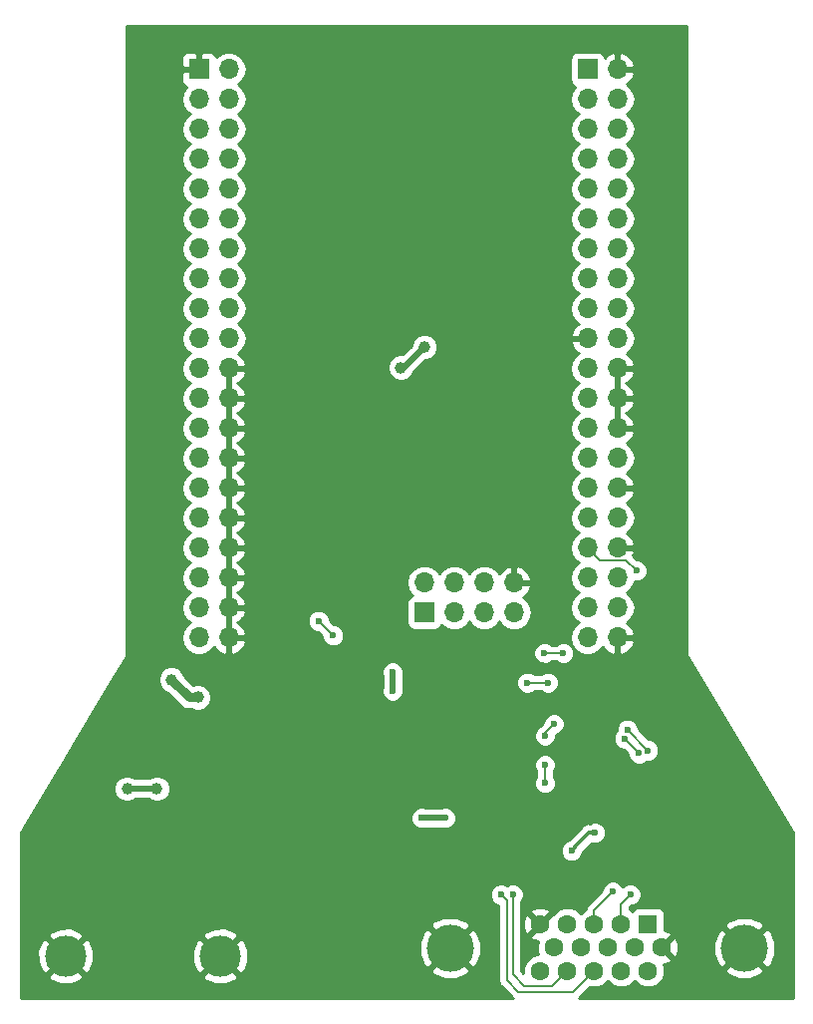
<source format=gbl>
G04 #@! TF.GenerationSoftware,KiCad,Pcbnew,5.0.1*
G04 #@! TF.CreationDate,2018-10-22T18:12:29+01:00*
G04 #@! TF.ProjectId,ecp5_soc_hat,656370355F736F635F6861742E6B6963,rev?*
G04 #@! TF.SameCoordinates,Original*
G04 #@! TF.FileFunction,Copper,L2,Bot,Signal*
G04 #@! TF.FilePolarity,Positive*
%FSLAX46Y46*%
G04 Gerber Fmt 4.6, Leading zero omitted, Abs format (unit mm)*
G04 Created by KiCad (PCBNEW 5.0.1) date Mon 22 Oct 2018 18:12:29 BST*
%MOMM*%
%LPD*%
G01*
G04 APERTURE LIST*
G04 #@! TA.AperFunction,ComponentPad*
%ADD10R,1.700000X1.700000*%
G04 #@! TD*
G04 #@! TA.AperFunction,ComponentPad*
%ADD11O,1.700000X1.700000*%
G04 #@! TD*
G04 #@! TA.AperFunction,ComponentPad*
%ADD12R,1.600000X1.600000*%
G04 #@! TD*
G04 #@! TA.AperFunction,ComponentPad*
%ADD13C,1.600000*%
G04 #@! TD*
G04 #@! TA.AperFunction,ComponentPad*
%ADD14C,4.000000*%
G04 #@! TD*
G04 #@! TA.AperFunction,ComponentPad*
%ADD15C,3.500000*%
G04 #@! TD*
G04 #@! TA.AperFunction,ViaPad*
%ADD16C,0.600000*%
G04 #@! TD*
G04 #@! TA.AperFunction,ViaPad*
%ADD17C,1.000000*%
G04 #@! TD*
G04 #@! TA.AperFunction,Conductor*
%ADD18C,0.300000*%
G04 #@! TD*
G04 #@! TA.AperFunction,Conductor*
%ADD19C,0.500000*%
G04 #@! TD*
G04 #@! TA.AperFunction,Conductor*
%ADD20C,0.750000*%
G04 #@! TD*
G04 #@! TA.AperFunction,Conductor*
%ADD21C,0.350000*%
G04 #@! TD*
G04 #@! TA.AperFunction,Conductor*
%ADD22C,0.150000*%
G04 #@! TD*
G04 #@! TA.AperFunction,Conductor*
%ADD23C,0.180000*%
G04 #@! TD*
G04 #@! TA.AperFunction,Conductor*
%ADD24C,0.254000*%
G04 #@! TD*
G04 APERTURE END LIST*
D10*
G04 #@! TO.P,J3,1*
G04 #@! TO.N,+3V3*
X136000000Y-104540000D03*
D11*
G04 #@! TO.P,J3,2*
G04 #@! TO.N,/VGA_HS*
X136000000Y-102000000D03*
G04 #@! TO.P,J3,3*
G04 #@! TO.N,/VGA_BRIGHT*
X138540000Y-104540000D03*
G04 #@! TO.P,J3,4*
G04 #@! TO.N,/VGA_B*
X138540000Y-102000000D03*
G04 #@! TO.P,J3,5*
G04 #@! TO.N,/VGA_R*
X141080000Y-104540000D03*
G04 #@! TO.P,J3,6*
G04 #@! TO.N,/VGA_VS*
X141080000Y-102000000D03*
G04 #@! TO.P,J3,7*
G04 #@! TO.N,/VGA_G*
X143620000Y-104540000D03*
G04 #@! TO.P,J3,8*
G04 #@! TO.N,GND*
X143620000Y-102000000D03*
G04 #@! TD*
D12*
G04 #@! TO.P,J1,1*
G04 #@! TO.N,/VGA_VR*
X155000000Y-131000000D03*
D13*
G04 #@! TO.P,J1,2*
G04 #@! TO.N,/VGA_VG*
X152710000Y-131000000D03*
G04 #@! TO.P,J1,3*
G04 #@! TO.N,/VGA_VB*
X150420000Y-131000000D03*
G04 #@! TO.P,J1,4*
G04 #@! TO.N,Net-(J1-Pad4)*
X148130000Y-131000000D03*
G04 #@! TO.P,J1,5*
G04 #@! TO.N,GND*
X145840000Y-131000000D03*
G04 #@! TO.P,J1,6*
X156145000Y-132980000D03*
G04 #@! TO.P,J1,7*
X153855000Y-132980000D03*
G04 #@! TO.P,J1,8*
X151565000Y-132980000D03*
G04 #@! TO.P,J1,9*
G04 #@! TO.N,Net-(J1-Pad9)*
X149275000Y-132980000D03*
G04 #@! TO.P,J1,10*
G04 #@! TO.N,GND*
X146985000Y-132980000D03*
G04 #@! TO.P,J1,11*
G04 #@! TO.N,Net-(J1-Pad11)*
X155000000Y-134960000D03*
G04 #@! TO.P,J1,12*
G04 #@! TO.N,Net-(J1-Pad12)*
X152710000Y-134960000D03*
G04 #@! TO.P,J1,13*
G04 #@! TO.N,/HS_BUF*
X150420000Y-134960000D03*
G04 #@! TO.P,J1,14*
G04 #@! TO.N,/VS_BUF*
X148130000Y-134960000D03*
G04 #@! TO.P,J1,15*
G04 #@! TO.N,Net-(J1-Pad15)*
X145840000Y-134960000D03*
D14*
G04 #@! TO.P,J1,0*
G04 #@! TO.N,GND*
X138185000Y-133050000D03*
X163185000Y-133050000D03*
G04 #@! TD*
D11*
G04 #@! TO.P,X4,40*
G04 #@! TO.N,GND*
X152400000Y-106680000D03*
G04 #@! TO.P,X4,39*
G04 #@! TO.N,/VGA_R*
X149860000Y-106680000D03*
G04 #@! TO.P,X4,38*
G04 #@! TO.N,Net-(X4-Pad38)*
X152400000Y-104140000D03*
G04 #@! TO.P,X4,37*
G04 #@! TO.N,/VGA_G*
X149860000Y-104140000D03*
G04 #@! TO.P,X4,36*
G04 #@! TO.N,/VGA_VS*
X152400000Y-101600000D03*
G04 #@! TO.P,X4,35*
G04 #@! TO.N,/VGA_B*
X149860000Y-101600000D03*
G04 #@! TO.P,X4,34*
G04 #@! TO.N,GND*
X152400000Y-99060000D03*
G04 #@! TO.P,X4,33*
G04 #@! TO.N,/VGA_HS*
X149860000Y-99060000D03*
G04 #@! TO.P,X4,32*
G04 #@! TO.N,/USB_DP*
X152400000Y-96520000D03*
G04 #@! TO.P,X4,31*
G04 #@! TO.N,/USB_DM*
X149860000Y-96520000D03*
G04 #@! TO.P,X4,30*
G04 #@! TO.N,GND*
X152400000Y-93980000D03*
G04 #@! TO.P,X4,29*
G04 #@! TO.N,/RAM_A3*
X149860000Y-93980000D03*
G04 #@! TO.P,X4,28*
G04 #@! TO.N,/RAM_A2*
X152400000Y-91440000D03*
G04 #@! TO.P,X4,27*
G04 #@! TO.N,/RAM_A1*
X149860000Y-91440000D03*
G04 #@! TO.P,X4,26*
G04 #@! TO.N,GND*
X152400000Y-88900000D03*
G04 #@! TO.P,X4,25*
G04 #@! TO.N,/RAM_A4*
X149860000Y-88900000D03*
G04 #@! TO.P,X4,24*
G04 #@! TO.N,GND*
X152400000Y-86360000D03*
G04 #@! TO.P,X4,23*
G04 #@! TO.N,/RAM_A5*
X149860000Y-86360000D03*
G04 #@! TO.P,X4,22*
G04 #@! TO.N,GND*
X152400000Y-83820000D03*
G04 #@! TO.P,X4,21*
G04 #@! TO.N,/RAM_A6*
X149860000Y-83820000D03*
G04 #@! TO.P,X4,20*
G04 #@! TO.N,Net-(X4-Pad20)*
X152400000Y-81280000D03*
G04 #@! TO.P,X4,19*
G04 #@! TO.N,GND*
X149860000Y-81280000D03*
G04 #@! TO.P,X4,18*
G04 #@! TO.N,/RAM_A7*
X152400000Y-78740000D03*
G04 #@! TO.P,X4,17*
G04 #@! TO.N,/RAM_A8*
X149860000Y-78740000D03*
G04 #@! TO.P,X4,16*
G04 #@! TO.N,/RAM_A9*
X152400000Y-76200000D03*
G04 #@! TO.P,X4,15*
G04 #@! TO.N,/RAM_A11*
X149860000Y-76200000D03*
G04 #@! TO.P,X4,14*
G04 #@! TO.N,/RAM_A12*
X152400000Y-73660000D03*
G04 #@! TO.P,X4,13*
G04 #@! TO.N,/RAM_CKE*
X149860000Y-73660000D03*
G04 #@! TO.P,X4,12*
G04 #@! TO.N,/RAM_CLK*
X152400000Y-71120000D03*
G04 #@! TO.P,X4,11*
G04 #@! TO.N,/RAM_DQM1*
X149860000Y-71120000D03*
G04 #@! TO.P,X4,10*
G04 #@! TO.N,/RAM_DQ8*
X152400000Y-68580000D03*
G04 #@! TO.P,X4,9*
G04 #@! TO.N,/RAM_DQ9*
X149860000Y-68580000D03*
G04 #@! TO.P,X4,8*
G04 #@! TO.N,/RAM_DQ10*
X152400000Y-66040000D03*
G04 #@! TO.P,X4,7*
G04 #@! TO.N,/RAM_DQ11*
X149860000Y-66040000D03*
G04 #@! TO.P,X4,6*
G04 #@! TO.N,/RAM_DQ12*
X152400000Y-63500000D03*
G04 #@! TO.P,X4,5*
G04 #@! TO.N,/RAM_DQ13*
X149860000Y-63500000D03*
G04 #@! TO.P,X4,4*
G04 #@! TO.N,/RAM_DQ14*
X152400000Y-60960000D03*
G04 #@! TO.P,X4,3*
G04 #@! TO.N,/RAM_DQ15*
X149860000Y-60960000D03*
G04 #@! TO.P,X4,2*
G04 #@! TO.N,GND*
X152400000Y-58420000D03*
D10*
G04 #@! TO.P,X4,1*
G04 #@! TO.N,Net-(X4-Pad1)*
X149860000Y-58420000D03*
G04 #@! TD*
G04 #@! TO.P,X3,1*
G04 #@! TO.N,GND*
X116840000Y-58420000D03*
D11*
G04 #@! TO.P,X3,2*
G04 #@! TO.N,Net-(X3-Pad2)*
X119380000Y-58420000D03*
G04 #@! TO.P,X3,3*
G04 #@! TO.N,Net-(X3-Pad3)*
X116840000Y-60960000D03*
G04 #@! TO.P,X3,4*
G04 #@! TO.N,/RAM_DQ0*
X119380000Y-60960000D03*
G04 #@! TO.P,X3,5*
G04 #@! TO.N,/RAM_DQ1*
X116840000Y-63500000D03*
G04 #@! TO.P,X3,6*
G04 #@! TO.N,/RAM_DQ2*
X119380000Y-63500000D03*
G04 #@! TO.P,X3,7*
G04 #@! TO.N,/RAM_DQ3*
X116840000Y-66040000D03*
G04 #@! TO.P,X3,8*
G04 #@! TO.N,/RAM_DQ4*
X119380000Y-66040000D03*
G04 #@! TO.P,X3,9*
G04 #@! TO.N,/RAM_DQ5*
X116840000Y-68580000D03*
G04 #@! TO.P,X3,10*
G04 #@! TO.N,/RAM_DQ6*
X119380000Y-68580000D03*
G04 #@! TO.P,X3,11*
G04 #@! TO.N,/RAM_DQ7*
X116840000Y-71120000D03*
G04 #@! TO.P,X3,12*
G04 #@! TO.N,/RAM_DQM0*
X119380000Y-71120000D03*
G04 #@! TO.P,X3,13*
G04 #@! TO.N,/RAM_~WE*
X116840000Y-73660000D03*
G04 #@! TO.P,X3,14*
G04 #@! TO.N,/RAM_~CAS*
X119380000Y-73660000D03*
G04 #@! TO.P,X3,15*
G04 #@! TO.N,/RAM_~RAS*
X116840000Y-76200000D03*
G04 #@! TO.P,X3,16*
G04 #@! TO.N,/RAM_~CS*
X119380000Y-76200000D03*
G04 #@! TO.P,X3,17*
G04 #@! TO.N,/RAM_BA0*
X116840000Y-78740000D03*
G04 #@! TO.P,X3,18*
G04 #@! TO.N,/RAM_BA1*
X119380000Y-78740000D03*
G04 #@! TO.P,X3,19*
G04 #@! TO.N,/RAM_A10*
X116840000Y-81280000D03*
G04 #@! TO.P,X3,20*
G04 #@! TO.N,/RAM_A0*
X119380000Y-81280000D03*
G04 #@! TO.P,X3,21*
G04 #@! TO.N,Net-(X3-Pad21)*
X116840000Y-83820000D03*
G04 #@! TO.P,X3,22*
G04 #@! TO.N,GND*
X119380000Y-83820000D03*
G04 #@! TO.P,X3,23*
G04 #@! TO.N,Net-(X3-Pad23)*
X116840000Y-86360000D03*
G04 #@! TO.P,X3,24*
G04 #@! TO.N,GND*
X119380000Y-86360000D03*
G04 #@! TO.P,X3,25*
G04 #@! TO.N,+3V3*
X116840000Y-88900000D03*
G04 #@! TO.P,X3,26*
G04 #@! TO.N,GND*
X119380000Y-88900000D03*
G04 #@! TO.P,X3,27*
G04 #@! TO.N,+3V3*
X116840000Y-91440000D03*
G04 #@! TO.P,X3,28*
G04 #@! TO.N,GND*
X119380000Y-91440000D03*
G04 #@! TO.P,X3,29*
G04 #@! TO.N,/EXPCON_OSC*
X116840000Y-93980000D03*
G04 #@! TO.P,X3,30*
G04 #@! TO.N,GND*
X119380000Y-93980000D03*
G04 #@! TO.P,X3,31*
G04 #@! TO.N,/EXPCON_CLKIN*
X116840000Y-96520000D03*
G04 #@! TO.P,X3,32*
G04 #@! TO.N,GND*
X119380000Y-96520000D03*
G04 #@! TO.P,X3,33*
G04 #@! TO.N,/VGA_BRIGHT*
X116840000Y-99060000D03*
G04 #@! TO.P,X3,34*
G04 #@! TO.N,GND*
X119380000Y-99060000D03*
G04 #@! TO.P,X3,35*
G04 #@! TO.N,Net-(X3-Pad35)*
X116840000Y-101600000D03*
G04 #@! TO.P,X3,36*
G04 #@! TO.N,GND*
X119380000Y-101600000D03*
G04 #@! TO.P,X3,37*
G04 #@! TO.N,Net-(X3-Pad37)*
X116840000Y-104140000D03*
G04 #@! TO.P,X3,38*
G04 #@! TO.N,GND*
X119380000Y-104140000D03*
G04 #@! TO.P,X3,39*
G04 #@! TO.N,Net-(X3-Pad39)*
X116840000Y-106680000D03*
G04 #@! TO.P,X3,40*
G04 #@! TO.N,GND*
X119380000Y-106680000D03*
G04 #@! TD*
D15*
G04 #@! TO.P,J2,5*
G04 #@! TO.N,GND*
X118650000Y-133700000D03*
X105500000Y-133700000D03*
G04 #@! TD*
D16*
G04 #@! TO.N,GND*
X136500000Y-75500000D03*
X127500000Y-90750000D03*
X127750000Y-96250000D03*
X124750000Y-82500000D03*
X127250000Y-70250000D03*
X124500000Y-68000000D03*
X126900000Y-65620000D03*
D17*
X134170000Y-59000000D03*
X142210000Y-61040000D03*
X138480000Y-63200000D03*
D16*
X144650000Y-64650000D03*
X142190000Y-68020000D03*
X138400000Y-67980000D03*
X138530000Y-72000000D03*
X142850000Y-72670000D03*
X145040000Y-69900000D03*
X138610000Y-82410000D03*
X142040000Y-82370000D03*
X124490000Y-63010000D03*
X136500000Y-73000000D03*
X138000000Y-73000000D03*
X138000000Y-75500000D03*
X136500000Y-79000000D03*
X138000000Y-80500000D03*
X133000000Y-78500000D03*
X131000000Y-78500000D03*
X131000000Y-76500000D03*
X133000000Y-76500000D03*
X133000000Y-74000000D03*
X131000000Y-74000000D03*
X131000000Y-70500000D03*
X131000000Y-69000000D03*
X133500000Y-69000000D03*
X133500000Y-70500000D03*
X136000000Y-69000000D03*
X136000000Y-67000000D03*
X136000000Y-61500000D03*
X130500000Y-64500000D03*
X133500000Y-64500000D03*
X133500000Y-66500000D03*
X130500000Y-66500000D03*
X128500000Y-86000000D03*
X132000000Y-86000000D03*
X135000000Y-86000000D03*
X139000000Y-90000000D03*
X143000000Y-94500000D03*
X136500000Y-94500000D03*
X127500000Y-103500000D03*
X124000000Y-100000000D03*
X131500000Y-99500000D03*
X137000000Y-98000000D03*
X146000000Y-98000000D03*
X141500000Y-98000000D03*
X140000000Y-94500000D03*
X144000000Y-98000000D03*
X139500000Y-98000000D03*
X135500000Y-99500000D03*
X133000000Y-102000000D03*
X130500000Y-104750000D03*
X133000000Y-108000000D03*
X138000000Y-109500000D03*
X141500000Y-109500000D03*
X146000000Y-109000000D03*
X146000000Y-106500000D03*
X147500000Y-105000000D03*
X147500000Y-102000000D03*
X147500000Y-99500000D03*
X128000000Y-108500000D03*
X133750000Y-115000000D03*
X136000000Y-114000000D03*
X135500000Y-118000000D03*
X135000000Y-123000000D03*
X135000000Y-127000000D03*
X115500000Y-119000000D03*
X115500000Y-116000000D03*
X113500000Y-116000000D03*
X115000000Y-114000000D03*
X110500000Y-118000000D03*
X110500000Y-116000000D03*
X110500000Y-114000000D03*
X112000000Y-112500000D03*
X113500000Y-111000000D03*
X116500000Y-109000000D03*
X121000000Y-109000000D03*
X124000000Y-107500000D03*
X126000000Y-106000000D03*
X125000000Y-110500000D03*
X118000000Y-114000000D03*
X120000000Y-113000000D03*
X123000000Y-113000000D03*
X117500000Y-123500000D03*
X121000000Y-123500000D03*
X118500000Y-125000000D03*
X120000000Y-125000000D03*
X123000000Y-125000000D03*
X121500000Y-125000000D03*
X119000000Y-123500000D03*
X115500000Y-125000000D03*
X116500000Y-126000000D03*
X118000000Y-127500000D03*
X119500000Y-127500000D03*
X122000000Y-127500000D03*
X126500000Y-127500000D03*
X131000000Y-127500000D03*
X122000000Y-132000000D03*
X122000000Y-136000000D03*
X126500000Y-132000000D03*
X131000000Y-132000000D03*
X126500000Y-136000000D03*
X131000000Y-136000000D03*
X139500000Y-125000000D03*
X146000000Y-125000000D03*
X143000000Y-125000000D03*
X141000000Y-127000000D03*
X145000000Y-127000000D03*
X157000000Y-123500000D03*
X160750000Y-123250000D03*
X164500000Y-123500000D03*
X164500000Y-120500000D03*
X157000000Y-120500000D03*
X157000000Y-117000000D03*
X157000000Y-113500000D03*
X157000000Y-108000000D03*
X157000000Y-101000000D03*
X157000000Y-105000000D03*
X146500000Y-128500000D03*
X140000000Y-118500000D03*
X142500000Y-117000000D03*
X143500000Y-114000000D03*
X148000000Y-117000000D03*
X150000000Y-116500000D03*
X152500000Y-112000000D03*
X148000000Y-110000000D03*
X140000000Y-85000000D03*
X142000000Y-87500000D03*
X144500000Y-90000000D03*
X148000000Y-90000000D03*
X146000000Y-87000000D03*
X144000000Y-84500000D03*
X114000000Y-85000000D03*
X114000000Y-90500000D03*
X112000000Y-92500000D03*
X112000000Y-104000000D03*
X112000000Y-108000000D03*
X107500000Y-121000000D03*
X128250000Y-121750000D03*
X127000000Y-121750000D03*
X125750000Y-121750000D03*
X127000000Y-119000000D03*
X128250000Y-113500000D03*
X128000000Y-116500000D03*
X129500000Y-122000000D03*
X154500000Y-122250000D03*
D17*
X125000000Y-59000000D03*
X123000000Y-57000000D03*
X140000000Y-59000000D03*
D16*
X105000000Y-121000000D03*
D17*
G04 #@! TO.N,+5V*
X110750000Y-119500000D03*
X113250000Y-119500000D03*
G04 #@! TO.N,+3V3*
X116750000Y-111750000D03*
X114500000Y-110250000D03*
X133987347Y-83762653D03*
X136000000Y-82000000D03*
D16*
X135750000Y-122000000D03*
X137750000Y-122000000D03*
X148500000Y-124775000D03*
X150500000Y-123250000D03*
X133300000Y-111200000D03*
X133300000Y-109600000D03*
G04 #@! TO.N,/VGA_R*
X147800000Y-108000000D03*
X146200000Y-108000000D03*
G04 #@! TO.N,/VGA_HS*
X154000000Y-101000000D03*
G04 #@! TO.N,/VGA_VG*
X153500000Y-128500000D03*
G04 #@! TO.N,/VGA_VB*
X152000000Y-128250000D03*
G04 #@! TO.N,Net-(RN2-Pad2)*
X154250000Y-116500000D03*
X153000000Y-115250000D03*
G04 #@! TO.N,Net-(RN2-Pad1)*
X153250000Y-114500000D03*
X155000000Y-116250000D03*
G04 #@! TO.N,/VGA_BRIGHT*
X144750000Y-110500000D03*
X146500000Y-110500000D03*
X146250000Y-119025000D03*
X146250000Y-117475000D03*
X146250000Y-115000000D03*
X147000000Y-114000000D03*
X128250000Y-106500000D03*
X127000000Y-105250000D03*
G04 #@! TO.N,/HS_BUF*
X142500000Y-128500000D03*
G04 #@! TO.N,/VS_BUF*
X143500000Y-128500000D03*
G04 #@! TD*
D18*
G04 #@! TO.N,GND*
X114000000Y-85000000D02*
X114000000Y-90500000D01*
X112000000Y-92500000D02*
X112000000Y-104000000D01*
X128250000Y-121750000D02*
X127000000Y-121750000D01*
X127000000Y-121750000D02*
X125750000Y-121750000D01*
D19*
G04 #@! TO.N,+5V*
X110750000Y-119500000D02*
X113250000Y-119500000D01*
D20*
G04 #@! TO.N,+3V3*
X116750000Y-111750000D02*
X116000000Y-111750000D01*
X116000000Y-111750000D02*
X114500000Y-110250000D01*
D19*
X133987347Y-83762653D02*
X134237347Y-83762653D01*
X134237347Y-83762653D02*
X136000000Y-82000000D01*
X135750000Y-122000000D02*
X137750000Y-122000000D01*
D21*
X148799999Y-124475001D02*
X148799999Y-124450001D01*
X148500000Y-124775000D02*
X148799999Y-124475001D01*
X148799999Y-124450001D02*
X150000000Y-123250000D01*
X150000000Y-123250000D02*
X150500000Y-123250000D01*
D19*
X133300000Y-111200000D02*
X133300000Y-109600000D01*
D22*
G04 #@! TO.N,/VGA_R*
X147800000Y-108000000D02*
X146200000Y-108000000D01*
G04 #@! TO.N,/VGA_HS*
X150935001Y-100135001D02*
X150709999Y-99909999D01*
X150709999Y-99909999D02*
X149860000Y-99060000D01*
X153135001Y-100135001D02*
X150935001Y-100135001D01*
X154000000Y-101000000D02*
X153135001Y-100135001D01*
G04 #@! TO.N,/VGA_VG*
X152710000Y-129290000D02*
X152710000Y-131000000D01*
X153500000Y-128500000D02*
X152710000Y-129290000D01*
G04 #@! TO.N,/VGA_VB*
X150420000Y-129830000D02*
X152000000Y-128250000D01*
X150420000Y-131000000D02*
X150420000Y-129830000D01*
G04 #@! TO.N,Net-(RN2-Pad2)*
X154250000Y-116500000D02*
X153000000Y-115250000D01*
G04 #@! TO.N,Net-(RN2-Pad1)*
X153250000Y-114500000D02*
X155000000Y-116250000D01*
D23*
G04 #@! TO.N,/VGA_BRIGHT*
X144750000Y-110500000D02*
X146500000Y-110500000D01*
X146250000Y-119025000D02*
X146250000Y-117475000D01*
X146250000Y-115000000D02*
X146250000Y-114750000D01*
X146250000Y-114750000D02*
X147000000Y-114000000D01*
X128250000Y-106500000D02*
X127000000Y-105250000D01*
G04 #@! TO.N,/HS_BUF*
X150420000Y-134960000D02*
X148630000Y-136750000D01*
X148630000Y-136750000D02*
X144000000Y-136750000D01*
X144000000Y-136750000D02*
X143000000Y-135750000D01*
X143000000Y-135750000D02*
X143000000Y-129000000D01*
X143000000Y-129000000D02*
X142500000Y-128500000D01*
D22*
G04 #@! TO.N,/VS_BUF*
X148130000Y-134960000D02*
X146840000Y-136250000D01*
X146840000Y-136250000D02*
X144500000Y-136250000D01*
X144500000Y-136250000D02*
X143500000Y-135250000D01*
X143500000Y-135250000D02*
X143500000Y-128500000D01*
G04 #@! TD*
D24*
G04 #@! TO.N,GND*
G36*
X158290001Y-107982736D02*
X158283975Y-108106547D01*
X158313894Y-108190043D01*
X158331196Y-108277028D01*
X158400061Y-108380091D01*
X167290000Y-123196660D01*
X167290001Y-137290000D01*
X149126796Y-137290000D01*
X149152695Y-137272695D01*
X149193143Y-137212162D01*
X150046698Y-136358606D01*
X150134561Y-136395000D01*
X150705439Y-136395000D01*
X151232862Y-136176534D01*
X151565000Y-135844396D01*
X151897138Y-136176534D01*
X152424561Y-136395000D01*
X152995439Y-136395000D01*
X153522862Y-136176534D01*
X153855000Y-135844396D01*
X154187138Y-136176534D01*
X154714561Y-136395000D01*
X155285439Y-136395000D01*
X155812862Y-136176534D01*
X156216534Y-135772862D01*
X156435000Y-135245439D01*
X156435000Y-134925022D01*
X161489584Y-134925022D01*
X161710353Y-135295743D01*
X162682012Y-135689119D01*
X163730247Y-135680713D01*
X164659647Y-135295743D01*
X164880416Y-134925022D01*
X163185000Y-133229605D01*
X161489584Y-134925022D01*
X156435000Y-134925022D01*
X156435000Y-134674561D01*
X156324614Y-134408066D01*
X156498454Y-134399778D01*
X156899005Y-134233864D01*
X156973139Y-133987745D01*
X156145000Y-133159605D01*
X156130858Y-133173748D01*
X155951253Y-132994143D01*
X155965395Y-132980000D01*
X156324605Y-132980000D01*
X157152745Y-133808139D01*
X157398864Y-133734005D01*
X157591965Y-133196777D01*
X157564778Y-132626546D01*
X157531834Y-132547012D01*
X160545881Y-132547012D01*
X160554287Y-133595247D01*
X160939257Y-134524647D01*
X161309978Y-134745416D01*
X163005395Y-133050000D01*
X163364605Y-133050000D01*
X165060022Y-134745416D01*
X165430743Y-134524647D01*
X165824119Y-133552988D01*
X165815713Y-132504753D01*
X165430743Y-131575353D01*
X165060022Y-131354584D01*
X163364605Y-133050000D01*
X163005395Y-133050000D01*
X161309978Y-131354584D01*
X160939257Y-131575353D01*
X160545881Y-132547012D01*
X157531834Y-132547012D01*
X157398864Y-132225995D01*
X157152745Y-132151861D01*
X156324605Y-132980000D01*
X155965395Y-132980000D01*
X155951252Y-132965858D01*
X156130858Y-132786253D01*
X156145000Y-132800395D01*
X156973139Y-131972255D01*
X156899005Y-131726136D01*
X156447440Y-131563826D01*
X156447440Y-131174978D01*
X161489584Y-131174978D01*
X163185000Y-132870395D01*
X164880416Y-131174978D01*
X164659647Y-130804257D01*
X163687988Y-130410881D01*
X162639753Y-130419287D01*
X161710353Y-130804257D01*
X161489584Y-131174978D01*
X156447440Y-131174978D01*
X156447440Y-130200000D01*
X156398157Y-129952235D01*
X156257809Y-129742191D01*
X156047765Y-129601843D01*
X155800000Y-129552560D01*
X154200000Y-129552560D01*
X153952235Y-129601843D01*
X153742191Y-129742191D01*
X153637807Y-129898411D01*
X153522862Y-129783466D01*
X153420000Y-129740859D01*
X153420000Y-129584091D01*
X153569091Y-129435000D01*
X153685983Y-129435000D01*
X154029635Y-129292655D01*
X154292655Y-129029635D01*
X154435000Y-128685983D01*
X154435000Y-128314017D01*
X154292655Y-127970365D01*
X154029635Y-127707345D01*
X153685983Y-127565000D01*
X153314017Y-127565000D01*
X152970365Y-127707345D01*
X152840892Y-127836818D01*
X152792655Y-127720365D01*
X152529635Y-127457345D01*
X152185983Y-127315000D01*
X151814017Y-127315000D01*
X151470365Y-127457345D01*
X151207345Y-127720365D01*
X151065000Y-128064017D01*
X151065000Y-128180909D01*
X149967402Y-129278508D01*
X149908120Y-129318119D01*
X149751471Y-129552560D01*
X149751196Y-129552972D01*
X149714166Y-129739134D01*
X149607138Y-129783466D01*
X149275000Y-130115604D01*
X148942862Y-129783466D01*
X148415439Y-129565000D01*
X147844561Y-129565000D01*
X147317138Y-129783466D01*
X146913466Y-130187138D01*
X146911802Y-130191156D01*
X146847745Y-130171861D01*
X146019605Y-131000000D01*
X146033748Y-131014142D01*
X145854142Y-131193748D01*
X145840000Y-131179605D01*
X145011861Y-132007745D01*
X145085995Y-132253864D01*
X145623223Y-132446965D01*
X145652207Y-132445583D01*
X145538035Y-132763223D01*
X145565222Y-133333454D01*
X145644563Y-133525000D01*
X145554561Y-133525000D01*
X145027138Y-133743466D01*
X144623466Y-134147138D01*
X144405000Y-134674561D01*
X144405000Y-135150909D01*
X144210000Y-134955910D01*
X144210000Y-130783223D01*
X144393035Y-130783223D01*
X144420222Y-131353454D01*
X144586136Y-131754005D01*
X144832255Y-131828139D01*
X145660395Y-131000000D01*
X144832255Y-130171861D01*
X144586136Y-130245995D01*
X144393035Y-130783223D01*
X144210000Y-130783223D01*
X144210000Y-129992255D01*
X145011861Y-129992255D01*
X145840000Y-130820395D01*
X146668139Y-129992255D01*
X146594005Y-129746136D01*
X146056777Y-129553035D01*
X145486546Y-129580222D01*
X145085995Y-129746136D01*
X145011861Y-129992255D01*
X144210000Y-129992255D01*
X144210000Y-129112290D01*
X144292655Y-129029635D01*
X144435000Y-128685983D01*
X144435000Y-128314017D01*
X144292655Y-127970365D01*
X144029635Y-127707345D01*
X143685983Y-127565000D01*
X143314017Y-127565000D01*
X143000000Y-127695070D01*
X142685983Y-127565000D01*
X142314017Y-127565000D01*
X141970365Y-127707345D01*
X141707345Y-127970365D01*
X141565000Y-128314017D01*
X141565000Y-128685983D01*
X141707345Y-129029635D01*
X141970365Y-129292655D01*
X142275001Y-129418839D01*
X142275000Y-135678600D01*
X142260798Y-135750000D01*
X142275000Y-135821400D01*
X142275000Y-135821403D01*
X142317065Y-136032880D01*
X142477305Y-136272694D01*
X142537836Y-136313140D01*
X143436857Y-137212161D01*
X143477305Y-137272695D01*
X143503204Y-137290000D01*
X101710000Y-137290000D01*
X101710000Y-135394528D01*
X103985077Y-135394528D01*
X104175364Y-135739271D01*
X105056591Y-136090956D01*
X106005323Y-136078641D01*
X106824636Y-135739271D01*
X107014923Y-135394528D01*
X117135077Y-135394528D01*
X117325364Y-135739271D01*
X118206591Y-136090956D01*
X119155323Y-136078641D01*
X119974636Y-135739271D01*
X120164923Y-135394528D01*
X118650000Y-133879605D01*
X117135077Y-135394528D01*
X107014923Y-135394528D01*
X105500000Y-133879605D01*
X103985077Y-135394528D01*
X101710000Y-135394528D01*
X101710000Y-133256591D01*
X103109044Y-133256591D01*
X103121359Y-134205323D01*
X103460729Y-135024636D01*
X103805472Y-135214923D01*
X105320395Y-133700000D01*
X105679605Y-133700000D01*
X107194528Y-135214923D01*
X107539271Y-135024636D01*
X107890956Y-134143409D01*
X107879445Y-133256591D01*
X116259044Y-133256591D01*
X116271359Y-134205323D01*
X116610729Y-135024636D01*
X116955472Y-135214923D01*
X118470395Y-133700000D01*
X118829605Y-133700000D01*
X120344528Y-135214923D01*
X120689271Y-135024636D01*
X120729025Y-134925022D01*
X136489584Y-134925022D01*
X136710353Y-135295743D01*
X137682012Y-135689119D01*
X138730247Y-135680713D01*
X139659647Y-135295743D01*
X139880416Y-134925022D01*
X138185000Y-133229605D01*
X136489584Y-134925022D01*
X120729025Y-134925022D01*
X121040956Y-134143409D01*
X121028641Y-133194677D01*
X120760370Y-132547012D01*
X135545881Y-132547012D01*
X135554287Y-133595247D01*
X135939257Y-134524647D01*
X136309978Y-134745416D01*
X138005395Y-133050000D01*
X138364605Y-133050000D01*
X140060022Y-134745416D01*
X140430743Y-134524647D01*
X140824119Y-133552988D01*
X140815713Y-132504753D01*
X140430743Y-131575353D01*
X140060022Y-131354584D01*
X138364605Y-133050000D01*
X138005395Y-133050000D01*
X136309978Y-131354584D01*
X135939257Y-131575353D01*
X135545881Y-132547012D01*
X120760370Y-132547012D01*
X120689271Y-132375364D01*
X120344528Y-132185077D01*
X118829605Y-133700000D01*
X118470395Y-133700000D01*
X116955472Y-132185077D01*
X116610729Y-132375364D01*
X116259044Y-133256591D01*
X107879445Y-133256591D01*
X107878641Y-133194677D01*
X107539271Y-132375364D01*
X107194528Y-132185077D01*
X105679605Y-133700000D01*
X105320395Y-133700000D01*
X103805472Y-132185077D01*
X103460729Y-132375364D01*
X103109044Y-133256591D01*
X101710000Y-133256591D01*
X101710000Y-132005472D01*
X103985077Y-132005472D01*
X105500000Y-133520395D01*
X107014923Y-132005472D01*
X117135077Y-132005472D01*
X118650000Y-133520395D01*
X120164923Y-132005472D01*
X119974636Y-131660729D01*
X119093409Y-131309044D01*
X118144677Y-131321359D01*
X117325364Y-131660729D01*
X117135077Y-132005472D01*
X107014923Y-132005472D01*
X106824636Y-131660729D01*
X105943409Y-131309044D01*
X104994677Y-131321359D01*
X104175364Y-131660729D01*
X103985077Y-132005472D01*
X101710000Y-132005472D01*
X101710000Y-131174978D01*
X136489584Y-131174978D01*
X138185000Y-132870395D01*
X139880416Y-131174978D01*
X139659647Y-130804257D01*
X138687988Y-130410881D01*
X137639753Y-130419287D01*
X136710353Y-130804257D01*
X136489584Y-131174978D01*
X101710000Y-131174978D01*
X101710000Y-124589017D01*
X147565000Y-124589017D01*
X147565000Y-124960983D01*
X147707345Y-125304635D01*
X147970365Y-125567655D01*
X148314017Y-125710000D01*
X148685983Y-125710000D01*
X149029635Y-125567655D01*
X149292655Y-125304635D01*
X149411426Y-125017897D01*
X149479509Y-124916003D01*
X150240828Y-124154684D01*
X150314017Y-124185000D01*
X150685983Y-124185000D01*
X151029635Y-124042655D01*
X151292655Y-123779635D01*
X151435000Y-123435983D01*
X151435000Y-123064017D01*
X151292655Y-122720365D01*
X151029635Y-122457345D01*
X150685983Y-122315000D01*
X150314017Y-122315000D01*
X150034149Y-122430925D01*
X150000000Y-122424132D01*
X149683953Y-122486997D01*
X149547270Y-122578327D01*
X149416023Y-122666023D01*
X149370834Y-122733653D01*
X148283654Y-123820834D01*
X148216022Y-123866024D01*
X148202564Y-123886165D01*
X147970365Y-123982345D01*
X147707345Y-124245365D01*
X147565000Y-124589017D01*
X101710000Y-124589017D01*
X101710000Y-123196658D01*
X102539584Y-121814017D01*
X134815000Y-121814017D01*
X134815000Y-122185983D01*
X134957345Y-122529635D01*
X135220365Y-122792655D01*
X135564017Y-122935000D01*
X135935983Y-122935000D01*
X136056694Y-122885000D01*
X137443306Y-122885000D01*
X137564017Y-122935000D01*
X137935983Y-122935000D01*
X138279635Y-122792655D01*
X138542655Y-122529635D01*
X138685000Y-122185983D01*
X138685000Y-121814017D01*
X138542655Y-121470365D01*
X138279635Y-121207345D01*
X137935983Y-121065000D01*
X137564017Y-121065000D01*
X137443306Y-121115000D01*
X136056694Y-121115000D01*
X135935983Y-121065000D01*
X135564017Y-121065000D01*
X135220365Y-121207345D01*
X134957345Y-121470365D01*
X134815000Y-121814017D01*
X102539584Y-121814017D01*
X104063454Y-119274234D01*
X109615000Y-119274234D01*
X109615000Y-119725766D01*
X109787793Y-120142926D01*
X110107074Y-120462207D01*
X110524234Y-120635000D01*
X110975766Y-120635000D01*
X111392926Y-120462207D01*
X111470133Y-120385000D01*
X112529867Y-120385000D01*
X112607074Y-120462207D01*
X113024234Y-120635000D01*
X113475766Y-120635000D01*
X113892926Y-120462207D01*
X114212207Y-120142926D01*
X114385000Y-119725766D01*
X114385000Y-119274234D01*
X114212207Y-118857074D01*
X113892926Y-118537793D01*
X113475766Y-118365000D01*
X113024234Y-118365000D01*
X112607074Y-118537793D01*
X112529867Y-118615000D01*
X111470133Y-118615000D01*
X111392926Y-118537793D01*
X110975766Y-118365000D01*
X110524234Y-118365000D01*
X110107074Y-118537793D01*
X109787793Y-118857074D01*
X109615000Y-119274234D01*
X104063454Y-119274234D01*
X105254583Y-117289017D01*
X145315000Y-117289017D01*
X145315000Y-117660983D01*
X145457345Y-118004635D01*
X145525001Y-118072291D01*
X145525000Y-118427710D01*
X145457345Y-118495365D01*
X145315000Y-118839017D01*
X145315000Y-119210983D01*
X145457345Y-119554635D01*
X145720365Y-119817655D01*
X146064017Y-119960000D01*
X146435983Y-119960000D01*
X146779635Y-119817655D01*
X147042655Y-119554635D01*
X147185000Y-119210983D01*
X147185000Y-118839017D01*
X147042655Y-118495365D01*
X146975000Y-118427710D01*
X146975000Y-118072290D01*
X147042655Y-118004635D01*
X147185000Y-117660983D01*
X147185000Y-117289017D01*
X147042655Y-116945365D01*
X146779635Y-116682345D01*
X146435983Y-116540000D01*
X146064017Y-116540000D01*
X145720365Y-116682345D01*
X145457345Y-116945365D01*
X145315000Y-117289017D01*
X105254583Y-117289017D01*
X106739583Y-114814017D01*
X145315000Y-114814017D01*
X145315000Y-115185983D01*
X145457345Y-115529635D01*
X145720365Y-115792655D01*
X146064017Y-115935000D01*
X146435983Y-115935000D01*
X146779635Y-115792655D01*
X147042655Y-115529635D01*
X147185000Y-115185983D01*
X147185000Y-115064017D01*
X152065000Y-115064017D01*
X152065000Y-115435983D01*
X152207345Y-115779635D01*
X152470365Y-116042655D01*
X152814017Y-116185000D01*
X152930910Y-116185000D01*
X153315000Y-116569091D01*
X153315000Y-116685983D01*
X153457345Y-117029635D01*
X153720365Y-117292655D01*
X154064017Y-117435000D01*
X154435983Y-117435000D01*
X154779635Y-117292655D01*
X154887290Y-117185000D01*
X155185983Y-117185000D01*
X155529635Y-117042655D01*
X155792655Y-116779635D01*
X155935000Y-116435983D01*
X155935000Y-116064017D01*
X155792655Y-115720365D01*
X155529635Y-115457345D01*
X155185983Y-115315000D01*
X155069091Y-115315000D01*
X154185000Y-114430909D01*
X154185000Y-114314017D01*
X154042655Y-113970365D01*
X153779635Y-113707345D01*
X153435983Y-113565000D01*
X153064017Y-113565000D01*
X152720365Y-113707345D01*
X152457345Y-113970365D01*
X152315000Y-114314017D01*
X152315000Y-114612710D01*
X152207345Y-114720365D01*
X152065000Y-115064017D01*
X147185000Y-115064017D01*
X147185000Y-114935000D01*
X147185983Y-114935000D01*
X147529635Y-114792655D01*
X147792655Y-114529635D01*
X147935000Y-114185983D01*
X147935000Y-113814017D01*
X147792655Y-113470365D01*
X147529635Y-113207345D01*
X147185983Y-113065000D01*
X146814017Y-113065000D01*
X146470365Y-113207345D01*
X146207345Y-113470365D01*
X146065000Y-113814017D01*
X146065000Y-113909696D01*
X145800575Y-114174121D01*
X145720365Y-114207345D01*
X145457345Y-114470365D01*
X145315000Y-114814017D01*
X106739583Y-114814017D01*
X109613453Y-110024234D01*
X113365000Y-110024234D01*
X113365000Y-110475766D01*
X113537793Y-110892926D01*
X113857074Y-111212207D01*
X114158853Y-111337208D01*
X115215482Y-112393837D01*
X115271831Y-112478169D01*
X115605918Y-112701399D01*
X115900524Y-112760000D01*
X115900528Y-112760000D01*
X115999999Y-112779786D01*
X116099470Y-112760000D01*
X116222457Y-112760000D01*
X116524234Y-112885000D01*
X116975766Y-112885000D01*
X117392926Y-112712207D01*
X117712207Y-112392926D01*
X117885000Y-111975766D01*
X117885000Y-111524234D01*
X117712207Y-111107074D01*
X117392926Y-110787793D01*
X116975766Y-110615000D01*
X116524234Y-110615000D01*
X116360978Y-110682623D01*
X115587208Y-109908853D01*
X115462207Y-109607074D01*
X115269150Y-109414017D01*
X132365000Y-109414017D01*
X132365000Y-109785983D01*
X132415001Y-109906696D01*
X132415000Y-110893306D01*
X132365000Y-111014017D01*
X132365000Y-111385983D01*
X132507345Y-111729635D01*
X132770365Y-111992655D01*
X133114017Y-112135000D01*
X133485983Y-112135000D01*
X133829635Y-111992655D01*
X134092655Y-111729635D01*
X134235000Y-111385983D01*
X134235000Y-111014017D01*
X134185000Y-110893306D01*
X134185000Y-110314017D01*
X143815000Y-110314017D01*
X143815000Y-110685983D01*
X143957345Y-111029635D01*
X144220365Y-111292655D01*
X144564017Y-111435000D01*
X144935983Y-111435000D01*
X145279635Y-111292655D01*
X145347290Y-111225000D01*
X145902710Y-111225000D01*
X145970365Y-111292655D01*
X146314017Y-111435000D01*
X146685983Y-111435000D01*
X147029635Y-111292655D01*
X147292655Y-111029635D01*
X147435000Y-110685983D01*
X147435000Y-110314017D01*
X147292655Y-109970365D01*
X147029635Y-109707345D01*
X146685983Y-109565000D01*
X146314017Y-109565000D01*
X145970365Y-109707345D01*
X145902710Y-109775000D01*
X145347290Y-109775000D01*
X145279635Y-109707345D01*
X144935983Y-109565000D01*
X144564017Y-109565000D01*
X144220365Y-109707345D01*
X143957345Y-109970365D01*
X143815000Y-110314017D01*
X134185000Y-110314017D01*
X134185000Y-109906694D01*
X134235000Y-109785983D01*
X134235000Y-109414017D01*
X134092655Y-109070365D01*
X133829635Y-108807345D01*
X133485983Y-108665000D01*
X133114017Y-108665000D01*
X132770365Y-108807345D01*
X132507345Y-109070365D01*
X132365000Y-109414017D01*
X115269150Y-109414017D01*
X115142926Y-109287793D01*
X114725766Y-109115000D01*
X114274234Y-109115000D01*
X113857074Y-109287793D01*
X113537793Y-109607074D01*
X113365000Y-110024234D01*
X109613453Y-110024234D01*
X110599940Y-108380090D01*
X110668805Y-108277028D01*
X110686108Y-108190039D01*
X110716025Y-108106548D01*
X110710000Y-107982747D01*
X110710000Y-60960000D01*
X115325908Y-60960000D01*
X115441161Y-61539418D01*
X115769375Y-62030625D01*
X116067761Y-62230000D01*
X115769375Y-62429375D01*
X115441161Y-62920582D01*
X115325908Y-63500000D01*
X115441161Y-64079418D01*
X115769375Y-64570625D01*
X116067761Y-64770000D01*
X115769375Y-64969375D01*
X115441161Y-65460582D01*
X115325908Y-66040000D01*
X115441161Y-66619418D01*
X115769375Y-67110625D01*
X116067761Y-67310000D01*
X115769375Y-67509375D01*
X115441161Y-68000582D01*
X115325908Y-68580000D01*
X115441161Y-69159418D01*
X115769375Y-69650625D01*
X116067761Y-69850000D01*
X115769375Y-70049375D01*
X115441161Y-70540582D01*
X115325908Y-71120000D01*
X115441161Y-71699418D01*
X115769375Y-72190625D01*
X116067761Y-72390000D01*
X115769375Y-72589375D01*
X115441161Y-73080582D01*
X115325908Y-73660000D01*
X115441161Y-74239418D01*
X115769375Y-74730625D01*
X116067761Y-74930000D01*
X115769375Y-75129375D01*
X115441161Y-75620582D01*
X115325908Y-76200000D01*
X115441161Y-76779418D01*
X115769375Y-77270625D01*
X116067761Y-77470000D01*
X115769375Y-77669375D01*
X115441161Y-78160582D01*
X115325908Y-78740000D01*
X115441161Y-79319418D01*
X115769375Y-79810625D01*
X116067761Y-80010000D01*
X115769375Y-80209375D01*
X115441161Y-80700582D01*
X115325908Y-81280000D01*
X115441161Y-81859418D01*
X115769375Y-82350625D01*
X116067761Y-82550000D01*
X115769375Y-82749375D01*
X115441161Y-83240582D01*
X115325908Y-83820000D01*
X115441161Y-84399418D01*
X115769375Y-84890625D01*
X116067761Y-85090000D01*
X115769375Y-85289375D01*
X115441161Y-85780582D01*
X115325908Y-86360000D01*
X115441161Y-86939418D01*
X115769375Y-87430625D01*
X116067761Y-87630000D01*
X115769375Y-87829375D01*
X115441161Y-88320582D01*
X115325908Y-88900000D01*
X115441161Y-89479418D01*
X115769375Y-89970625D01*
X116067761Y-90170000D01*
X115769375Y-90369375D01*
X115441161Y-90860582D01*
X115325908Y-91440000D01*
X115441161Y-92019418D01*
X115769375Y-92510625D01*
X116067761Y-92710000D01*
X115769375Y-92909375D01*
X115441161Y-93400582D01*
X115325908Y-93980000D01*
X115441161Y-94559418D01*
X115769375Y-95050625D01*
X116067761Y-95250000D01*
X115769375Y-95449375D01*
X115441161Y-95940582D01*
X115325908Y-96520000D01*
X115441161Y-97099418D01*
X115769375Y-97590625D01*
X116067761Y-97790000D01*
X115769375Y-97989375D01*
X115441161Y-98480582D01*
X115325908Y-99060000D01*
X115441161Y-99639418D01*
X115769375Y-100130625D01*
X116067761Y-100330000D01*
X115769375Y-100529375D01*
X115441161Y-101020582D01*
X115325908Y-101600000D01*
X115441161Y-102179418D01*
X115769375Y-102670625D01*
X116067761Y-102870000D01*
X115769375Y-103069375D01*
X115441161Y-103560582D01*
X115325908Y-104140000D01*
X115441161Y-104719418D01*
X115769375Y-105210625D01*
X116067761Y-105410000D01*
X115769375Y-105609375D01*
X115441161Y-106100582D01*
X115325908Y-106680000D01*
X115441161Y-107259418D01*
X115769375Y-107750625D01*
X116260582Y-108078839D01*
X116693744Y-108165000D01*
X116986256Y-108165000D01*
X117419418Y-108078839D01*
X117910625Y-107750625D01*
X118111353Y-107450214D01*
X118498642Y-107875183D01*
X119023108Y-108121486D01*
X119253000Y-108000819D01*
X119253000Y-106807000D01*
X119507000Y-106807000D01*
X119507000Y-108000819D01*
X119736892Y-108121486D01*
X120261358Y-107875183D01*
X120317100Y-107814017D01*
X145265000Y-107814017D01*
X145265000Y-108185983D01*
X145407345Y-108529635D01*
X145670365Y-108792655D01*
X146014017Y-108935000D01*
X146385983Y-108935000D01*
X146729635Y-108792655D01*
X146812290Y-108710000D01*
X147187710Y-108710000D01*
X147270365Y-108792655D01*
X147614017Y-108935000D01*
X147985983Y-108935000D01*
X148329635Y-108792655D01*
X148592655Y-108529635D01*
X148735000Y-108185983D01*
X148735000Y-107814017D01*
X148592655Y-107470365D01*
X148329635Y-107207345D01*
X147985983Y-107065000D01*
X147614017Y-107065000D01*
X147270365Y-107207345D01*
X147187710Y-107290000D01*
X146812290Y-107290000D01*
X146729635Y-107207345D01*
X146385983Y-107065000D01*
X146014017Y-107065000D01*
X145670365Y-107207345D01*
X145407345Y-107470365D01*
X145265000Y-107814017D01*
X120317100Y-107814017D01*
X120651645Y-107446924D01*
X120821476Y-107036890D01*
X120700155Y-106807000D01*
X119507000Y-106807000D01*
X119253000Y-106807000D01*
X119233000Y-106807000D01*
X119233000Y-106553000D01*
X119253000Y-106553000D01*
X119253000Y-104267000D01*
X119507000Y-104267000D01*
X119507000Y-106553000D01*
X120700155Y-106553000D01*
X120821476Y-106323110D01*
X120651645Y-105913076D01*
X120261358Y-105484817D01*
X120102046Y-105410000D01*
X120261358Y-105335183D01*
X120508480Y-105064017D01*
X126065000Y-105064017D01*
X126065000Y-105435983D01*
X126207345Y-105779635D01*
X126470365Y-106042655D01*
X126814017Y-106185000D01*
X126909696Y-106185000D01*
X127315000Y-106590305D01*
X127315000Y-106685983D01*
X127457345Y-107029635D01*
X127720365Y-107292655D01*
X128064017Y-107435000D01*
X128435983Y-107435000D01*
X128779635Y-107292655D01*
X129042655Y-107029635D01*
X129185000Y-106685983D01*
X129185000Y-106314017D01*
X129042655Y-105970365D01*
X128779635Y-105707345D01*
X128435983Y-105565000D01*
X128340305Y-105565000D01*
X127935000Y-105159696D01*
X127935000Y-105064017D01*
X127792655Y-104720365D01*
X127529635Y-104457345D01*
X127185983Y-104315000D01*
X126814017Y-104315000D01*
X126470365Y-104457345D01*
X126207345Y-104720365D01*
X126065000Y-105064017D01*
X120508480Y-105064017D01*
X120651645Y-104906924D01*
X120821476Y-104496890D01*
X120700155Y-104267000D01*
X119507000Y-104267000D01*
X119253000Y-104267000D01*
X119233000Y-104267000D01*
X119233000Y-104013000D01*
X119253000Y-104013000D01*
X119253000Y-101727000D01*
X119507000Y-101727000D01*
X119507000Y-104013000D01*
X120700155Y-104013000D01*
X120821476Y-103783110D01*
X120651645Y-103373076D01*
X120261358Y-102944817D01*
X120102046Y-102870000D01*
X120261358Y-102795183D01*
X120651645Y-102366924D01*
X120803620Y-102000000D01*
X134485908Y-102000000D01*
X134601161Y-102579418D01*
X134929375Y-103070625D01*
X134947619Y-103082816D01*
X134902235Y-103091843D01*
X134692191Y-103232191D01*
X134551843Y-103442235D01*
X134502560Y-103690000D01*
X134502560Y-105390000D01*
X134551843Y-105637765D01*
X134692191Y-105847809D01*
X134902235Y-105988157D01*
X135150000Y-106037440D01*
X136850000Y-106037440D01*
X137097765Y-105988157D01*
X137307809Y-105847809D01*
X137448157Y-105637765D01*
X137457184Y-105592381D01*
X137469375Y-105610625D01*
X137960582Y-105938839D01*
X138393744Y-106025000D01*
X138686256Y-106025000D01*
X139119418Y-105938839D01*
X139610625Y-105610625D01*
X139810000Y-105312239D01*
X140009375Y-105610625D01*
X140500582Y-105938839D01*
X140933744Y-106025000D01*
X141226256Y-106025000D01*
X141659418Y-105938839D01*
X142150625Y-105610625D01*
X142350000Y-105312239D01*
X142549375Y-105610625D01*
X143040582Y-105938839D01*
X143473744Y-106025000D01*
X143766256Y-106025000D01*
X144199418Y-105938839D01*
X144690625Y-105610625D01*
X145018839Y-105119418D01*
X145134092Y-104540000D01*
X145018839Y-103960582D01*
X144690625Y-103469375D01*
X144390214Y-103268647D01*
X144815183Y-102881358D01*
X145061486Y-102356892D01*
X144940819Y-102127000D01*
X143747000Y-102127000D01*
X143747000Y-102147000D01*
X143493000Y-102147000D01*
X143493000Y-102127000D01*
X143473000Y-102127000D01*
X143473000Y-101873000D01*
X143493000Y-101873000D01*
X143493000Y-100679845D01*
X143747000Y-100679845D01*
X143747000Y-101873000D01*
X144940819Y-101873000D01*
X145061486Y-101643108D01*
X144815183Y-101118642D01*
X144386924Y-100728355D01*
X143976890Y-100558524D01*
X143747000Y-100679845D01*
X143493000Y-100679845D01*
X143263110Y-100558524D01*
X142853076Y-100728355D01*
X142424817Y-101118642D01*
X142363843Y-101248478D01*
X142150625Y-100929375D01*
X141659418Y-100601161D01*
X141226256Y-100515000D01*
X140933744Y-100515000D01*
X140500582Y-100601161D01*
X140009375Y-100929375D01*
X139810000Y-101227761D01*
X139610625Y-100929375D01*
X139119418Y-100601161D01*
X138686256Y-100515000D01*
X138393744Y-100515000D01*
X137960582Y-100601161D01*
X137469375Y-100929375D01*
X137270000Y-101227761D01*
X137070625Y-100929375D01*
X136579418Y-100601161D01*
X136146256Y-100515000D01*
X135853744Y-100515000D01*
X135420582Y-100601161D01*
X134929375Y-100929375D01*
X134601161Y-101420582D01*
X134485908Y-102000000D01*
X120803620Y-102000000D01*
X120821476Y-101956890D01*
X120700155Y-101727000D01*
X119507000Y-101727000D01*
X119253000Y-101727000D01*
X119233000Y-101727000D01*
X119233000Y-101473000D01*
X119253000Y-101473000D01*
X119253000Y-99187000D01*
X119507000Y-99187000D01*
X119507000Y-101473000D01*
X120700155Y-101473000D01*
X120821476Y-101243110D01*
X120651645Y-100833076D01*
X120261358Y-100404817D01*
X120102046Y-100330000D01*
X120261358Y-100255183D01*
X120651645Y-99826924D01*
X120821476Y-99416890D01*
X120700155Y-99187000D01*
X119507000Y-99187000D01*
X119253000Y-99187000D01*
X119233000Y-99187000D01*
X119233000Y-98933000D01*
X119253000Y-98933000D01*
X119253000Y-96647000D01*
X119507000Y-96647000D01*
X119507000Y-98933000D01*
X120700155Y-98933000D01*
X120821476Y-98703110D01*
X120651645Y-98293076D01*
X120261358Y-97864817D01*
X120102046Y-97790000D01*
X120261358Y-97715183D01*
X120651645Y-97286924D01*
X120821476Y-96876890D01*
X120700155Y-96647000D01*
X119507000Y-96647000D01*
X119253000Y-96647000D01*
X119233000Y-96647000D01*
X119233000Y-96393000D01*
X119253000Y-96393000D01*
X119253000Y-94107000D01*
X119507000Y-94107000D01*
X119507000Y-96393000D01*
X120700155Y-96393000D01*
X120821476Y-96163110D01*
X120651645Y-95753076D01*
X120261358Y-95324817D01*
X120102046Y-95250000D01*
X120261358Y-95175183D01*
X120651645Y-94746924D01*
X120821476Y-94336890D01*
X120700155Y-94107000D01*
X119507000Y-94107000D01*
X119253000Y-94107000D01*
X119233000Y-94107000D01*
X119233000Y-93853000D01*
X119253000Y-93853000D01*
X119253000Y-91567000D01*
X119507000Y-91567000D01*
X119507000Y-93853000D01*
X120700155Y-93853000D01*
X120821476Y-93623110D01*
X120651645Y-93213076D01*
X120261358Y-92784817D01*
X120102046Y-92710000D01*
X120261358Y-92635183D01*
X120651645Y-92206924D01*
X120821476Y-91796890D01*
X120700155Y-91567000D01*
X119507000Y-91567000D01*
X119253000Y-91567000D01*
X119233000Y-91567000D01*
X119233000Y-91313000D01*
X119253000Y-91313000D01*
X119253000Y-89027000D01*
X119507000Y-89027000D01*
X119507000Y-91313000D01*
X120700155Y-91313000D01*
X120821476Y-91083110D01*
X120651645Y-90673076D01*
X120261358Y-90244817D01*
X120102046Y-90170000D01*
X120261358Y-90095183D01*
X120651645Y-89666924D01*
X120821476Y-89256890D01*
X120700155Y-89027000D01*
X119507000Y-89027000D01*
X119253000Y-89027000D01*
X119233000Y-89027000D01*
X119233000Y-88773000D01*
X119253000Y-88773000D01*
X119253000Y-86487000D01*
X119507000Y-86487000D01*
X119507000Y-88773000D01*
X120700155Y-88773000D01*
X120821476Y-88543110D01*
X120651645Y-88133076D01*
X120261358Y-87704817D01*
X120102046Y-87630000D01*
X120261358Y-87555183D01*
X120651645Y-87126924D01*
X120821476Y-86716890D01*
X120700155Y-86487000D01*
X119507000Y-86487000D01*
X119253000Y-86487000D01*
X119233000Y-86487000D01*
X119233000Y-86233000D01*
X119253000Y-86233000D01*
X119253000Y-83947000D01*
X119507000Y-83947000D01*
X119507000Y-86233000D01*
X120700155Y-86233000D01*
X120821476Y-86003110D01*
X120651645Y-85593076D01*
X120261358Y-85164817D01*
X120102046Y-85090000D01*
X120261358Y-85015183D01*
X120651645Y-84586924D01*
X120821476Y-84176890D01*
X120700155Y-83947000D01*
X119507000Y-83947000D01*
X119253000Y-83947000D01*
X119233000Y-83947000D01*
X119233000Y-83693000D01*
X119253000Y-83693000D01*
X119253000Y-83673000D01*
X119507000Y-83673000D01*
X119507000Y-83693000D01*
X120700155Y-83693000D01*
X120782541Y-83536887D01*
X132852347Y-83536887D01*
X132852347Y-83988419D01*
X133025140Y-84405579D01*
X133344421Y-84724860D01*
X133761581Y-84897653D01*
X134213113Y-84897653D01*
X134630273Y-84724860D01*
X134949554Y-84405579D01*
X135022778Y-84228800D01*
X136116579Y-83135000D01*
X136225766Y-83135000D01*
X136642926Y-82962207D01*
X136962207Y-82642926D01*
X137135000Y-82225766D01*
X137135000Y-81774234D01*
X136962207Y-81357074D01*
X136642926Y-81037793D01*
X136225766Y-80865000D01*
X135774234Y-80865000D01*
X135357074Y-81037793D01*
X135037793Y-81357074D01*
X134865000Y-81774234D01*
X134865000Y-81883421D01*
X134120769Y-82627653D01*
X133761581Y-82627653D01*
X133344421Y-82800446D01*
X133025140Y-83119727D01*
X132852347Y-83536887D01*
X120782541Y-83536887D01*
X120821476Y-83463110D01*
X120651645Y-83053076D01*
X120261358Y-82624817D01*
X120131522Y-82563843D01*
X120450625Y-82350625D01*
X120778839Y-81859418D01*
X120894092Y-81280000D01*
X120778839Y-80700582D01*
X120450625Y-80209375D01*
X120152239Y-80010000D01*
X120450625Y-79810625D01*
X120778839Y-79319418D01*
X120894092Y-78740000D01*
X120778839Y-78160582D01*
X120450625Y-77669375D01*
X120152239Y-77470000D01*
X120450625Y-77270625D01*
X120778839Y-76779418D01*
X120894092Y-76200000D01*
X120778839Y-75620582D01*
X120450625Y-75129375D01*
X120152239Y-74930000D01*
X120450625Y-74730625D01*
X120778839Y-74239418D01*
X120894092Y-73660000D01*
X120778839Y-73080582D01*
X120450625Y-72589375D01*
X120152239Y-72390000D01*
X120450625Y-72190625D01*
X120778839Y-71699418D01*
X120894092Y-71120000D01*
X120778839Y-70540582D01*
X120450625Y-70049375D01*
X120152239Y-69850000D01*
X120450625Y-69650625D01*
X120778839Y-69159418D01*
X120894092Y-68580000D01*
X120778839Y-68000582D01*
X120450625Y-67509375D01*
X120152239Y-67310000D01*
X120450625Y-67110625D01*
X120778839Y-66619418D01*
X120894092Y-66040000D01*
X120778839Y-65460582D01*
X120450625Y-64969375D01*
X120152239Y-64770000D01*
X120450625Y-64570625D01*
X120778839Y-64079418D01*
X120894092Y-63500000D01*
X120778839Y-62920582D01*
X120450625Y-62429375D01*
X120152239Y-62230000D01*
X120450625Y-62030625D01*
X120778839Y-61539418D01*
X120894092Y-60960000D01*
X148345908Y-60960000D01*
X148461161Y-61539418D01*
X148789375Y-62030625D01*
X149087761Y-62230000D01*
X148789375Y-62429375D01*
X148461161Y-62920582D01*
X148345908Y-63500000D01*
X148461161Y-64079418D01*
X148789375Y-64570625D01*
X149087761Y-64770000D01*
X148789375Y-64969375D01*
X148461161Y-65460582D01*
X148345908Y-66040000D01*
X148461161Y-66619418D01*
X148789375Y-67110625D01*
X149087761Y-67310000D01*
X148789375Y-67509375D01*
X148461161Y-68000582D01*
X148345908Y-68580000D01*
X148461161Y-69159418D01*
X148789375Y-69650625D01*
X149087761Y-69850000D01*
X148789375Y-70049375D01*
X148461161Y-70540582D01*
X148345908Y-71120000D01*
X148461161Y-71699418D01*
X148789375Y-72190625D01*
X149087761Y-72390000D01*
X148789375Y-72589375D01*
X148461161Y-73080582D01*
X148345908Y-73660000D01*
X148461161Y-74239418D01*
X148789375Y-74730625D01*
X149087761Y-74930000D01*
X148789375Y-75129375D01*
X148461161Y-75620582D01*
X148345908Y-76200000D01*
X148461161Y-76779418D01*
X148789375Y-77270625D01*
X149087761Y-77470000D01*
X148789375Y-77669375D01*
X148461161Y-78160582D01*
X148345908Y-78740000D01*
X148461161Y-79319418D01*
X148789375Y-79810625D01*
X149108478Y-80023843D01*
X148978642Y-80084817D01*
X148588355Y-80513076D01*
X148418524Y-80923110D01*
X148539845Y-81153000D01*
X149733000Y-81153000D01*
X149733000Y-81133000D01*
X149987000Y-81133000D01*
X149987000Y-81153000D01*
X150007000Y-81153000D01*
X150007000Y-81407000D01*
X149987000Y-81407000D01*
X149987000Y-81427000D01*
X149733000Y-81427000D01*
X149733000Y-81407000D01*
X148539845Y-81407000D01*
X148418524Y-81636890D01*
X148588355Y-82046924D01*
X148978642Y-82475183D01*
X149108478Y-82536157D01*
X148789375Y-82749375D01*
X148461161Y-83240582D01*
X148345908Y-83820000D01*
X148461161Y-84399418D01*
X148789375Y-84890625D01*
X149087761Y-85090000D01*
X148789375Y-85289375D01*
X148461161Y-85780582D01*
X148345908Y-86360000D01*
X148461161Y-86939418D01*
X148789375Y-87430625D01*
X149087761Y-87630000D01*
X148789375Y-87829375D01*
X148461161Y-88320582D01*
X148345908Y-88900000D01*
X148461161Y-89479418D01*
X148789375Y-89970625D01*
X149087761Y-90170000D01*
X148789375Y-90369375D01*
X148461161Y-90860582D01*
X148345908Y-91440000D01*
X148461161Y-92019418D01*
X148789375Y-92510625D01*
X149087761Y-92710000D01*
X148789375Y-92909375D01*
X148461161Y-93400582D01*
X148345908Y-93980000D01*
X148461161Y-94559418D01*
X148789375Y-95050625D01*
X149087761Y-95250000D01*
X148789375Y-95449375D01*
X148461161Y-95940582D01*
X148345908Y-96520000D01*
X148461161Y-97099418D01*
X148789375Y-97590625D01*
X149087761Y-97790000D01*
X148789375Y-97989375D01*
X148461161Y-98480582D01*
X148345908Y-99060000D01*
X148461161Y-99639418D01*
X148789375Y-100130625D01*
X149087761Y-100330000D01*
X148789375Y-100529375D01*
X148461161Y-101020582D01*
X148345908Y-101600000D01*
X148461161Y-102179418D01*
X148789375Y-102670625D01*
X149087761Y-102870000D01*
X148789375Y-103069375D01*
X148461161Y-103560582D01*
X148345908Y-104140000D01*
X148461161Y-104719418D01*
X148789375Y-105210625D01*
X149087761Y-105410000D01*
X148789375Y-105609375D01*
X148461161Y-106100582D01*
X148345908Y-106680000D01*
X148461161Y-107259418D01*
X148789375Y-107750625D01*
X149280582Y-108078839D01*
X149713744Y-108165000D01*
X150006256Y-108165000D01*
X150439418Y-108078839D01*
X150930625Y-107750625D01*
X151131353Y-107450214D01*
X151518642Y-107875183D01*
X152043108Y-108121486D01*
X152273000Y-108000819D01*
X152273000Y-106807000D01*
X152527000Y-106807000D01*
X152527000Y-108000819D01*
X152756892Y-108121486D01*
X153281358Y-107875183D01*
X153671645Y-107446924D01*
X153841476Y-107036890D01*
X153720155Y-106807000D01*
X152527000Y-106807000D01*
X152273000Y-106807000D01*
X152253000Y-106807000D01*
X152253000Y-106553000D01*
X152273000Y-106553000D01*
X152273000Y-106533000D01*
X152527000Y-106533000D01*
X152527000Y-106553000D01*
X153720155Y-106553000D01*
X153841476Y-106323110D01*
X153671645Y-105913076D01*
X153281358Y-105484817D01*
X153151522Y-105423843D01*
X153470625Y-105210625D01*
X153798839Y-104719418D01*
X153914092Y-104140000D01*
X153798839Y-103560582D01*
X153470625Y-103069375D01*
X153172239Y-102870000D01*
X153470625Y-102670625D01*
X153798839Y-102179418D01*
X153847457Y-101935000D01*
X154185983Y-101935000D01*
X154529635Y-101792655D01*
X154792655Y-101529635D01*
X154935000Y-101185983D01*
X154935000Y-100814017D01*
X154792655Y-100470365D01*
X154529635Y-100207345D01*
X154185983Y-100065000D01*
X154069090Y-100065000D01*
X153718321Y-99714231D01*
X153841476Y-99416890D01*
X153720155Y-99187000D01*
X152527000Y-99187000D01*
X152527000Y-99207000D01*
X152273000Y-99207000D01*
X152273000Y-99187000D01*
X152253000Y-99187000D01*
X152253000Y-98933000D01*
X152273000Y-98933000D01*
X152273000Y-98913000D01*
X152527000Y-98913000D01*
X152527000Y-98933000D01*
X153720155Y-98933000D01*
X153841476Y-98703110D01*
X153671645Y-98293076D01*
X153281358Y-97864817D01*
X153151522Y-97803843D01*
X153470625Y-97590625D01*
X153798839Y-97099418D01*
X153914092Y-96520000D01*
X153798839Y-95940582D01*
X153470625Y-95449375D01*
X153151522Y-95236157D01*
X153281358Y-95175183D01*
X153671645Y-94746924D01*
X153841476Y-94336890D01*
X153720155Y-94107000D01*
X152527000Y-94107000D01*
X152527000Y-94127000D01*
X152273000Y-94127000D01*
X152273000Y-94107000D01*
X152253000Y-94107000D01*
X152253000Y-93853000D01*
X152273000Y-93853000D01*
X152273000Y-93833000D01*
X152527000Y-93833000D01*
X152527000Y-93853000D01*
X153720155Y-93853000D01*
X153841476Y-93623110D01*
X153671645Y-93213076D01*
X153281358Y-92784817D01*
X153151522Y-92723843D01*
X153470625Y-92510625D01*
X153798839Y-92019418D01*
X153914092Y-91440000D01*
X153798839Y-90860582D01*
X153470625Y-90369375D01*
X153151522Y-90156157D01*
X153281358Y-90095183D01*
X153671645Y-89666924D01*
X153841476Y-89256890D01*
X153720155Y-89027000D01*
X152527000Y-89027000D01*
X152527000Y-89047000D01*
X152273000Y-89047000D01*
X152273000Y-89027000D01*
X152253000Y-89027000D01*
X152253000Y-88773000D01*
X152273000Y-88773000D01*
X152273000Y-86487000D01*
X152527000Y-86487000D01*
X152527000Y-88773000D01*
X153720155Y-88773000D01*
X153841476Y-88543110D01*
X153671645Y-88133076D01*
X153281358Y-87704817D01*
X153122046Y-87630000D01*
X153281358Y-87555183D01*
X153671645Y-87126924D01*
X153841476Y-86716890D01*
X153720155Y-86487000D01*
X152527000Y-86487000D01*
X152273000Y-86487000D01*
X152253000Y-86487000D01*
X152253000Y-86233000D01*
X152273000Y-86233000D01*
X152273000Y-83947000D01*
X152527000Y-83947000D01*
X152527000Y-86233000D01*
X153720155Y-86233000D01*
X153841476Y-86003110D01*
X153671645Y-85593076D01*
X153281358Y-85164817D01*
X153122046Y-85090000D01*
X153281358Y-85015183D01*
X153671645Y-84586924D01*
X153841476Y-84176890D01*
X153720155Y-83947000D01*
X152527000Y-83947000D01*
X152273000Y-83947000D01*
X152253000Y-83947000D01*
X152253000Y-83693000D01*
X152273000Y-83693000D01*
X152273000Y-83673000D01*
X152527000Y-83673000D01*
X152527000Y-83693000D01*
X153720155Y-83693000D01*
X153841476Y-83463110D01*
X153671645Y-83053076D01*
X153281358Y-82624817D01*
X153151522Y-82563843D01*
X153470625Y-82350625D01*
X153798839Y-81859418D01*
X153914092Y-81280000D01*
X153798839Y-80700582D01*
X153470625Y-80209375D01*
X153172239Y-80010000D01*
X153470625Y-79810625D01*
X153798839Y-79319418D01*
X153914092Y-78740000D01*
X153798839Y-78160582D01*
X153470625Y-77669375D01*
X153172239Y-77470000D01*
X153470625Y-77270625D01*
X153798839Y-76779418D01*
X153914092Y-76200000D01*
X153798839Y-75620582D01*
X153470625Y-75129375D01*
X153172239Y-74930000D01*
X153470625Y-74730625D01*
X153798839Y-74239418D01*
X153914092Y-73660000D01*
X153798839Y-73080582D01*
X153470625Y-72589375D01*
X153172239Y-72390000D01*
X153470625Y-72190625D01*
X153798839Y-71699418D01*
X153914092Y-71120000D01*
X153798839Y-70540582D01*
X153470625Y-70049375D01*
X153172239Y-69850000D01*
X153470625Y-69650625D01*
X153798839Y-69159418D01*
X153914092Y-68580000D01*
X153798839Y-68000582D01*
X153470625Y-67509375D01*
X153172239Y-67310000D01*
X153470625Y-67110625D01*
X153798839Y-66619418D01*
X153914092Y-66040000D01*
X153798839Y-65460582D01*
X153470625Y-64969375D01*
X153172239Y-64770000D01*
X153470625Y-64570625D01*
X153798839Y-64079418D01*
X153914092Y-63500000D01*
X153798839Y-62920582D01*
X153470625Y-62429375D01*
X153172239Y-62230000D01*
X153470625Y-62030625D01*
X153798839Y-61539418D01*
X153914092Y-60960000D01*
X153798839Y-60380582D01*
X153470625Y-59889375D01*
X153151522Y-59676157D01*
X153281358Y-59615183D01*
X153671645Y-59186924D01*
X153841476Y-58776890D01*
X153720155Y-58547000D01*
X152527000Y-58547000D01*
X152527000Y-58567000D01*
X152273000Y-58567000D01*
X152273000Y-58547000D01*
X152253000Y-58547000D01*
X152253000Y-58293000D01*
X152273000Y-58293000D01*
X152273000Y-57099181D01*
X152527000Y-57099181D01*
X152527000Y-58293000D01*
X153720155Y-58293000D01*
X153841476Y-58063110D01*
X153671645Y-57653076D01*
X153281358Y-57224817D01*
X152756892Y-56978514D01*
X152527000Y-57099181D01*
X152273000Y-57099181D01*
X152043108Y-56978514D01*
X151518642Y-57224817D01*
X151329961Y-57431855D01*
X151308157Y-57322235D01*
X151167809Y-57112191D01*
X150957765Y-56971843D01*
X150710000Y-56922560D01*
X149010000Y-56922560D01*
X148762235Y-56971843D01*
X148552191Y-57112191D01*
X148411843Y-57322235D01*
X148362560Y-57570000D01*
X148362560Y-59270000D01*
X148411843Y-59517765D01*
X148552191Y-59727809D01*
X148762235Y-59868157D01*
X148807619Y-59877184D01*
X148789375Y-59889375D01*
X148461161Y-60380582D01*
X148345908Y-60960000D01*
X120894092Y-60960000D01*
X120778839Y-60380582D01*
X120450625Y-59889375D01*
X120152239Y-59690000D01*
X120450625Y-59490625D01*
X120778839Y-58999418D01*
X120894092Y-58420000D01*
X120778839Y-57840582D01*
X120450625Y-57349375D01*
X119959418Y-57021161D01*
X119526256Y-56935000D01*
X119233744Y-56935000D01*
X118800582Y-57021161D01*
X118309375Y-57349375D01*
X118294904Y-57371032D01*
X118228327Y-57210301D01*
X118049698Y-57031673D01*
X117816309Y-56935000D01*
X117125750Y-56935000D01*
X116967000Y-57093750D01*
X116967000Y-58293000D01*
X116987000Y-58293000D01*
X116987000Y-58547000D01*
X116967000Y-58547000D01*
X116967000Y-58567000D01*
X116713000Y-58567000D01*
X116713000Y-58547000D01*
X115513750Y-58547000D01*
X115355000Y-58705750D01*
X115355000Y-59396310D01*
X115451673Y-59629699D01*
X115630302Y-59808327D01*
X115791033Y-59874904D01*
X115769375Y-59889375D01*
X115441161Y-60380582D01*
X115325908Y-60960000D01*
X110710000Y-60960000D01*
X110710000Y-57443690D01*
X115355000Y-57443690D01*
X115355000Y-58134250D01*
X115513750Y-58293000D01*
X116713000Y-58293000D01*
X116713000Y-57093750D01*
X116554250Y-56935000D01*
X115863691Y-56935000D01*
X115630302Y-57031673D01*
X115451673Y-57210301D01*
X115355000Y-57443690D01*
X110710000Y-57443690D01*
X110710000Y-54710000D01*
X158290000Y-54710000D01*
X158290001Y-107982736D01*
X158290001Y-107982736D01*
G37*
X158290001Y-107982736D02*
X158283975Y-108106547D01*
X158313894Y-108190043D01*
X158331196Y-108277028D01*
X158400061Y-108380091D01*
X167290000Y-123196660D01*
X167290001Y-137290000D01*
X149126796Y-137290000D01*
X149152695Y-137272695D01*
X149193143Y-137212162D01*
X150046698Y-136358606D01*
X150134561Y-136395000D01*
X150705439Y-136395000D01*
X151232862Y-136176534D01*
X151565000Y-135844396D01*
X151897138Y-136176534D01*
X152424561Y-136395000D01*
X152995439Y-136395000D01*
X153522862Y-136176534D01*
X153855000Y-135844396D01*
X154187138Y-136176534D01*
X154714561Y-136395000D01*
X155285439Y-136395000D01*
X155812862Y-136176534D01*
X156216534Y-135772862D01*
X156435000Y-135245439D01*
X156435000Y-134925022D01*
X161489584Y-134925022D01*
X161710353Y-135295743D01*
X162682012Y-135689119D01*
X163730247Y-135680713D01*
X164659647Y-135295743D01*
X164880416Y-134925022D01*
X163185000Y-133229605D01*
X161489584Y-134925022D01*
X156435000Y-134925022D01*
X156435000Y-134674561D01*
X156324614Y-134408066D01*
X156498454Y-134399778D01*
X156899005Y-134233864D01*
X156973139Y-133987745D01*
X156145000Y-133159605D01*
X156130858Y-133173748D01*
X155951253Y-132994143D01*
X155965395Y-132980000D01*
X156324605Y-132980000D01*
X157152745Y-133808139D01*
X157398864Y-133734005D01*
X157591965Y-133196777D01*
X157564778Y-132626546D01*
X157531834Y-132547012D01*
X160545881Y-132547012D01*
X160554287Y-133595247D01*
X160939257Y-134524647D01*
X161309978Y-134745416D01*
X163005395Y-133050000D01*
X163364605Y-133050000D01*
X165060022Y-134745416D01*
X165430743Y-134524647D01*
X165824119Y-133552988D01*
X165815713Y-132504753D01*
X165430743Y-131575353D01*
X165060022Y-131354584D01*
X163364605Y-133050000D01*
X163005395Y-133050000D01*
X161309978Y-131354584D01*
X160939257Y-131575353D01*
X160545881Y-132547012D01*
X157531834Y-132547012D01*
X157398864Y-132225995D01*
X157152745Y-132151861D01*
X156324605Y-132980000D01*
X155965395Y-132980000D01*
X155951252Y-132965858D01*
X156130858Y-132786253D01*
X156145000Y-132800395D01*
X156973139Y-131972255D01*
X156899005Y-131726136D01*
X156447440Y-131563826D01*
X156447440Y-131174978D01*
X161489584Y-131174978D01*
X163185000Y-132870395D01*
X164880416Y-131174978D01*
X164659647Y-130804257D01*
X163687988Y-130410881D01*
X162639753Y-130419287D01*
X161710353Y-130804257D01*
X161489584Y-131174978D01*
X156447440Y-131174978D01*
X156447440Y-130200000D01*
X156398157Y-129952235D01*
X156257809Y-129742191D01*
X156047765Y-129601843D01*
X155800000Y-129552560D01*
X154200000Y-129552560D01*
X153952235Y-129601843D01*
X153742191Y-129742191D01*
X153637807Y-129898411D01*
X153522862Y-129783466D01*
X153420000Y-129740859D01*
X153420000Y-129584091D01*
X153569091Y-129435000D01*
X153685983Y-129435000D01*
X154029635Y-129292655D01*
X154292655Y-129029635D01*
X154435000Y-128685983D01*
X154435000Y-128314017D01*
X154292655Y-127970365D01*
X154029635Y-127707345D01*
X153685983Y-127565000D01*
X153314017Y-127565000D01*
X152970365Y-127707345D01*
X152840892Y-127836818D01*
X152792655Y-127720365D01*
X152529635Y-127457345D01*
X152185983Y-127315000D01*
X151814017Y-127315000D01*
X151470365Y-127457345D01*
X151207345Y-127720365D01*
X151065000Y-128064017D01*
X151065000Y-128180909D01*
X149967402Y-129278508D01*
X149908120Y-129318119D01*
X149751471Y-129552560D01*
X149751196Y-129552972D01*
X149714166Y-129739134D01*
X149607138Y-129783466D01*
X149275000Y-130115604D01*
X148942862Y-129783466D01*
X148415439Y-129565000D01*
X147844561Y-129565000D01*
X147317138Y-129783466D01*
X146913466Y-130187138D01*
X146911802Y-130191156D01*
X146847745Y-130171861D01*
X146019605Y-131000000D01*
X146033748Y-131014142D01*
X145854142Y-131193748D01*
X145840000Y-131179605D01*
X145011861Y-132007745D01*
X145085995Y-132253864D01*
X145623223Y-132446965D01*
X145652207Y-132445583D01*
X145538035Y-132763223D01*
X145565222Y-133333454D01*
X145644563Y-133525000D01*
X145554561Y-133525000D01*
X145027138Y-133743466D01*
X144623466Y-134147138D01*
X144405000Y-134674561D01*
X144405000Y-135150909D01*
X144210000Y-134955910D01*
X144210000Y-130783223D01*
X144393035Y-130783223D01*
X144420222Y-131353454D01*
X144586136Y-131754005D01*
X144832255Y-131828139D01*
X145660395Y-131000000D01*
X144832255Y-130171861D01*
X144586136Y-130245995D01*
X144393035Y-130783223D01*
X144210000Y-130783223D01*
X144210000Y-129992255D01*
X145011861Y-129992255D01*
X145840000Y-130820395D01*
X146668139Y-129992255D01*
X146594005Y-129746136D01*
X146056777Y-129553035D01*
X145486546Y-129580222D01*
X145085995Y-129746136D01*
X145011861Y-129992255D01*
X144210000Y-129992255D01*
X144210000Y-129112290D01*
X144292655Y-129029635D01*
X144435000Y-128685983D01*
X144435000Y-128314017D01*
X144292655Y-127970365D01*
X144029635Y-127707345D01*
X143685983Y-127565000D01*
X143314017Y-127565000D01*
X143000000Y-127695070D01*
X142685983Y-127565000D01*
X142314017Y-127565000D01*
X141970365Y-127707345D01*
X141707345Y-127970365D01*
X141565000Y-128314017D01*
X141565000Y-128685983D01*
X141707345Y-129029635D01*
X141970365Y-129292655D01*
X142275001Y-129418839D01*
X142275000Y-135678600D01*
X142260798Y-135750000D01*
X142275000Y-135821400D01*
X142275000Y-135821403D01*
X142317065Y-136032880D01*
X142477305Y-136272694D01*
X142537836Y-136313140D01*
X143436857Y-137212161D01*
X143477305Y-137272695D01*
X143503204Y-137290000D01*
X101710000Y-137290000D01*
X101710000Y-135394528D01*
X103985077Y-135394528D01*
X104175364Y-135739271D01*
X105056591Y-136090956D01*
X106005323Y-136078641D01*
X106824636Y-135739271D01*
X107014923Y-135394528D01*
X117135077Y-135394528D01*
X117325364Y-135739271D01*
X118206591Y-136090956D01*
X119155323Y-136078641D01*
X119974636Y-135739271D01*
X120164923Y-135394528D01*
X118650000Y-133879605D01*
X117135077Y-135394528D01*
X107014923Y-135394528D01*
X105500000Y-133879605D01*
X103985077Y-135394528D01*
X101710000Y-135394528D01*
X101710000Y-133256591D01*
X103109044Y-133256591D01*
X103121359Y-134205323D01*
X103460729Y-135024636D01*
X103805472Y-135214923D01*
X105320395Y-133700000D01*
X105679605Y-133700000D01*
X107194528Y-135214923D01*
X107539271Y-135024636D01*
X107890956Y-134143409D01*
X107879445Y-133256591D01*
X116259044Y-133256591D01*
X116271359Y-134205323D01*
X116610729Y-135024636D01*
X116955472Y-135214923D01*
X118470395Y-133700000D01*
X118829605Y-133700000D01*
X120344528Y-135214923D01*
X120689271Y-135024636D01*
X120729025Y-134925022D01*
X136489584Y-134925022D01*
X136710353Y-135295743D01*
X137682012Y-135689119D01*
X138730247Y-135680713D01*
X139659647Y-135295743D01*
X139880416Y-134925022D01*
X138185000Y-133229605D01*
X136489584Y-134925022D01*
X120729025Y-134925022D01*
X121040956Y-134143409D01*
X121028641Y-133194677D01*
X120760370Y-132547012D01*
X135545881Y-132547012D01*
X135554287Y-133595247D01*
X135939257Y-134524647D01*
X136309978Y-134745416D01*
X138005395Y-133050000D01*
X138364605Y-133050000D01*
X140060022Y-134745416D01*
X140430743Y-134524647D01*
X140824119Y-133552988D01*
X140815713Y-132504753D01*
X140430743Y-131575353D01*
X140060022Y-131354584D01*
X138364605Y-133050000D01*
X138005395Y-133050000D01*
X136309978Y-131354584D01*
X135939257Y-131575353D01*
X135545881Y-132547012D01*
X120760370Y-132547012D01*
X120689271Y-132375364D01*
X120344528Y-132185077D01*
X118829605Y-133700000D01*
X118470395Y-133700000D01*
X116955472Y-132185077D01*
X116610729Y-132375364D01*
X116259044Y-133256591D01*
X107879445Y-133256591D01*
X107878641Y-133194677D01*
X107539271Y-132375364D01*
X107194528Y-132185077D01*
X105679605Y-133700000D01*
X105320395Y-133700000D01*
X103805472Y-132185077D01*
X103460729Y-132375364D01*
X103109044Y-133256591D01*
X101710000Y-133256591D01*
X101710000Y-132005472D01*
X103985077Y-132005472D01*
X105500000Y-133520395D01*
X107014923Y-132005472D01*
X117135077Y-132005472D01*
X118650000Y-133520395D01*
X120164923Y-132005472D01*
X119974636Y-131660729D01*
X119093409Y-131309044D01*
X118144677Y-131321359D01*
X117325364Y-131660729D01*
X117135077Y-132005472D01*
X107014923Y-132005472D01*
X106824636Y-131660729D01*
X105943409Y-131309044D01*
X104994677Y-131321359D01*
X104175364Y-131660729D01*
X103985077Y-132005472D01*
X101710000Y-132005472D01*
X101710000Y-131174978D01*
X136489584Y-131174978D01*
X138185000Y-132870395D01*
X139880416Y-131174978D01*
X139659647Y-130804257D01*
X138687988Y-130410881D01*
X137639753Y-130419287D01*
X136710353Y-130804257D01*
X136489584Y-131174978D01*
X101710000Y-131174978D01*
X101710000Y-124589017D01*
X147565000Y-124589017D01*
X147565000Y-124960983D01*
X147707345Y-125304635D01*
X147970365Y-125567655D01*
X148314017Y-125710000D01*
X148685983Y-125710000D01*
X149029635Y-125567655D01*
X149292655Y-125304635D01*
X149411426Y-125017897D01*
X149479509Y-124916003D01*
X150240828Y-124154684D01*
X150314017Y-124185000D01*
X150685983Y-124185000D01*
X151029635Y-124042655D01*
X151292655Y-123779635D01*
X151435000Y-123435983D01*
X151435000Y-123064017D01*
X151292655Y-122720365D01*
X151029635Y-122457345D01*
X150685983Y-122315000D01*
X150314017Y-122315000D01*
X150034149Y-122430925D01*
X150000000Y-122424132D01*
X149683953Y-122486997D01*
X149547270Y-122578327D01*
X149416023Y-122666023D01*
X149370834Y-122733653D01*
X148283654Y-123820834D01*
X148216022Y-123866024D01*
X148202564Y-123886165D01*
X147970365Y-123982345D01*
X147707345Y-124245365D01*
X147565000Y-124589017D01*
X101710000Y-124589017D01*
X101710000Y-123196658D01*
X102539584Y-121814017D01*
X134815000Y-121814017D01*
X134815000Y-122185983D01*
X134957345Y-122529635D01*
X135220365Y-122792655D01*
X135564017Y-122935000D01*
X135935983Y-122935000D01*
X136056694Y-122885000D01*
X137443306Y-122885000D01*
X137564017Y-122935000D01*
X137935983Y-122935000D01*
X138279635Y-122792655D01*
X138542655Y-122529635D01*
X138685000Y-122185983D01*
X138685000Y-121814017D01*
X138542655Y-121470365D01*
X138279635Y-121207345D01*
X137935983Y-121065000D01*
X137564017Y-121065000D01*
X137443306Y-121115000D01*
X136056694Y-121115000D01*
X135935983Y-121065000D01*
X135564017Y-121065000D01*
X135220365Y-121207345D01*
X134957345Y-121470365D01*
X134815000Y-121814017D01*
X102539584Y-121814017D01*
X104063454Y-119274234D01*
X109615000Y-119274234D01*
X109615000Y-119725766D01*
X109787793Y-120142926D01*
X110107074Y-120462207D01*
X110524234Y-120635000D01*
X110975766Y-120635000D01*
X111392926Y-120462207D01*
X111470133Y-120385000D01*
X112529867Y-120385000D01*
X112607074Y-120462207D01*
X113024234Y-120635000D01*
X113475766Y-120635000D01*
X113892926Y-120462207D01*
X114212207Y-120142926D01*
X114385000Y-119725766D01*
X114385000Y-119274234D01*
X114212207Y-118857074D01*
X113892926Y-118537793D01*
X113475766Y-118365000D01*
X113024234Y-118365000D01*
X112607074Y-118537793D01*
X112529867Y-118615000D01*
X111470133Y-118615000D01*
X111392926Y-118537793D01*
X110975766Y-118365000D01*
X110524234Y-118365000D01*
X110107074Y-118537793D01*
X109787793Y-118857074D01*
X109615000Y-119274234D01*
X104063454Y-119274234D01*
X105254583Y-117289017D01*
X145315000Y-117289017D01*
X145315000Y-117660983D01*
X145457345Y-118004635D01*
X145525001Y-118072291D01*
X145525000Y-118427710D01*
X145457345Y-118495365D01*
X145315000Y-118839017D01*
X145315000Y-119210983D01*
X145457345Y-119554635D01*
X145720365Y-119817655D01*
X146064017Y-119960000D01*
X146435983Y-119960000D01*
X146779635Y-119817655D01*
X147042655Y-119554635D01*
X147185000Y-119210983D01*
X147185000Y-118839017D01*
X147042655Y-118495365D01*
X146975000Y-118427710D01*
X146975000Y-118072290D01*
X147042655Y-118004635D01*
X147185000Y-117660983D01*
X147185000Y-117289017D01*
X147042655Y-116945365D01*
X146779635Y-116682345D01*
X146435983Y-116540000D01*
X146064017Y-116540000D01*
X145720365Y-116682345D01*
X145457345Y-116945365D01*
X145315000Y-117289017D01*
X105254583Y-117289017D01*
X106739583Y-114814017D01*
X145315000Y-114814017D01*
X145315000Y-115185983D01*
X145457345Y-115529635D01*
X145720365Y-115792655D01*
X146064017Y-115935000D01*
X146435983Y-115935000D01*
X146779635Y-115792655D01*
X147042655Y-115529635D01*
X147185000Y-115185983D01*
X147185000Y-115064017D01*
X152065000Y-115064017D01*
X152065000Y-115435983D01*
X152207345Y-115779635D01*
X152470365Y-116042655D01*
X152814017Y-116185000D01*
X152930910Y-116185000D01*
X153315000Y-116569091D01*
X153315000Y-116685983D01*
X153457345Y-117029635D01*
X153720365Y-117292655D01*
X154064017Y-117435000D01*
X154435983Y-117435000D01*
X154779635Y-117292655D01*
X154887290Y-117185000D01*
X155185983Y-117185000D01*
X155529635Y-117042655D01*
X155792655Y-116779635D01*
X155935000Y-116435983D01*
X155935000Y-116064017D01*
X155792655Y-115720365D01*
X155529635Y-115457345D01*
X155185983Y-115315000D01*
X155069091Y-115315000D01*
X154185000Y-114430909D01*
X154185000Y-114314017D01*
X154042655Y-113970365D01*
X153779635Y-113707345D01*
X153435983Y-113565000D01*
X153064017Y-113565000D01*
X152720365Y-113707345D01*
X152457345Y-113970365D01*
X152315000Y-114314017D01*
X152315000Y-114612710D01*
X152207345Y-114720365D01*
X152065000Y-115064017D01*
X147185000Y-115064017D01*
X147185000Y-114935000D01*
X147185983Y-114935000D01*
X147529635Y-114792655D01*
X147792655Y-114529635D01*
X147935000Y-114185983D01*
X147935000Y-113814017D01*
X147792655Y-113470365D01*
X147529635Y-113207345D01*
X147185983Y-113065000D01*
X146814017Y-113065000D01*
X146470365Y-113207345D01*
X146207345Y-113470365D01*
X146065000Y-113814017D01*
X146065000Y-113909696D01*
X145800575Y-114174121D01*
X145720365Y-114207345D01*
X145457345Y-114470365D01*
X145315000Y-114814017D01*
X106739583Y-114814017D01*
X109613453Y-110024234D01*
X113365000Y-110024234D01*
X113365000Y-110475766D01*
X113537793Y-110892926D01*
X113857074Y-111212207D01*
X114158853Y-111337208D01*
X115215482Y-112393837D01*
X115271831Y-112478169D01*
X115605918Y-112701399D01*
X115900524Y-112760000D01*
X115900528Y-112760000D01*
X115999999Y-112779786D01*
X116099470Y-112760000D01*
X116222457Y-112760000D01*
X116524234Y-112885000D01*
X116975766Y-112885000D01*
X117392926Y-112712207D01*
X117712207Y-112392926D01*
X117885000Y-111975766D01*
X117885000Y-111524234D01*
X117712207Y-111107074D01*
X117392926Y-110787793D01*
X116975766Y-110615000D01*
X116524234Y-110615000D01*
X116360978Y-110682623D01*
X115587208Y-109908853D01*
X115462207Y-109607074D01*
X115269150Y-109414017D01*
X132365000Y-109414017D01*
X132365000Y-109785983D01*
X132415001Y-109906696D01*
X132415000Y-110893306D01*
X132365000Y-111014017D01*
X132365000Y-111385983D01*
X132507345Y-111729635D01*
X132770365Y-111992655D01*
X133114017Y-112135000D01*
X133485983Y-112135000D01*
X133829635Y-111992655D01*
X134092655Y-111729635D01*
X134235000Y-111385983D01*
X134235000Y-111014017D01*
X134185000Y-110893306D01*
X134185000Y-110314017D01*
X143815000Y-110314017D01*
X143815000Y-110685983D01*
X143957345Y-111029635D01*
X144220365Y-111292655D01*
X144564017Y-111435000D01*
X144935983Y-111435000D01*
X145279635Y-111292655D01*
X145347290Y-111225000D01*
X145902710Y-111225000D01*
X145970365Y-111292655D01*
X146314017Y-111435000D01*
X146685983Y-111435000D01*
X147029635Y-111292655D01*
X147292655Y-111029635D01*
X147435000Y-110685983D01*
X147435000Y-110314017D01*
X147292655Y-109970365D01*
X147029635Y-109707345D01*
X146685983Y-109565000D01*
X146314017Y-109565000D01*
X145970365Y-109707345D01*
X145902710Y-109775000D01*
X145347290Y-109775000D01*
X145279635Y-109707345D01*
X144935983Y-109565000D01*
X144564017Y-109565000D01*
X144220365Y-109707345D01*
X143957345Y-109970365D01*
X143815000Y-110314017D01*
X134185000Y-110314017D01*
X134185000Y-109906694D01*
X134235000Y-109785983D01*
X134235000Y-109414017D01*
X134092655Y-109070365D01*
X133829635Y-108807345D01*
X133485983Y-108665000D01*
X133114017Y-108665000D01*
X132770365Y-108807345D01*
X132507345Y-109070365D01*
X132365000Y-109414017D01*
X115269150Y-109414017D01*
X115142926Y-109287793D01*
X114725766Y-109115000D01*
X114274234Y-109115000D01*
X113857074Y-109287793D01*
X113537793Y-109607074D01*
X113365000Y-110024234D01*
X109613453Y-110024234D01*
X110599940Y-108380090D01*
X110668805Y-108277028D01*
X110686108Y-108190039D01*
X110716025Y-108106548D01*
X110710000Y-107982747D01*
X110710000Y-60960000D01*
X115325908Y-60960000D01*
X115441161Y-61539418D01*
X115769375Y-62030625D01*
X116067761Y-62230000D01*
X115769375Y-62429375D01*
X115441161Y-62920582D01*
X115325908Y-63500000D01*
X115441161Y-64079418D01*
X115769375Y-64570625D01*
X116067761Y-64770000D01*
X115769375Y-64969375D01*
X115441161Y-65460582D01*
X115325908Y-66040000D01*
X115441161Y-66619418D01*
X115769375Y-67110625D01*
X116067761Y-67310000D01*
X115769375Y-67509375D01*
X115441161Y-68000582D01*
X115325908Y-68580000D01*
X115441161Y-69159418D01*
X115769375Y-69650625D01*
X116067761Y-69850000D01*
X115769375Y-70049375D01*
X115441161Y-70540582D01*
X115325908Y-71120000D01*
X115441161Y-71699418D01*
X115769375Y-72190625D01*
X116067761Y-72390000D01*
X115769375Y-72589375D01*
X115441161Y-73080582D01*
X115325908Y-73660000D01*
X115441161Y-74239418D01*
X115769375Y-74730625D01*
X116067761Y-74930000D01*
X115769375Y-75129375D01*
X115441161Y-75620582D01*
X115325908Y-76200000D01*
X115441161Y-76779418D01*
X115769375Y-77270625D01*
X116067761Y-77470000D01*
X115769375Y-77669375D01*
X115441161Y-78160582D01*
X115325908Y-78740000D01*
X115441161Y-79319418D01*
X115769375Y-79810625D01*
X116067761Y-80010000D01*
X115769375Y-80209375D01*
X115441161Y-80700582D01*
X115325908Y-81280000D01*
X115441161Y-81859418D01*
X115769375Y-82350625D01*
X116067761Y-82550000D01*
X115769375Y-82749375D01*
X115441161Y-83240582D01*
X115325908Y-83820000D01*
X115441161Y-84399418D01*
X115769375Y-84890625D01*
X116067761Y-85090000D01*
X115769375Y-85289375D01*
X115441161Y-85780582D01*
X115325908Y-86360000D01*
X115441161Y-86939418D01*
X115769375Y-87430625D01*
X116067761Y-87630000D01*
X115769375Y-87829375D01*
X115441161Y-88320582D01*
X115325908Y-88900000D01*
X115441161Y-89479418D01*
X115769375Y-89970625D01*
X116067761Y-90170000D01*
X115769375Y-90369375D01*
X115441161Y-90860582D01*
X115325908Y-91440000D01*
X115441161Y-92019418D01*
X115769375Y-92510625D01*
X116067761Y-92710000D01*
X115769375Y-92909375D01*
X115441161Y-93400582D01*
X115325908Y-93980000D01*
X115441161Y-94559418D01*
X115769375Y-95050625D01*
X116067761Y-95250000D01*
X115769375Y-95449375D01*
X115441161Y-95940582D01*
X115325908Y-96520000D01*
X115441161Y-97099418D01*
X115769375Y-97590625D01*
X116067761Y-97790000D01*
X115769375Y-97989375D01*
X115441161Y-98480582D01*
X115325908Y-99060000D01*
X115441161Y-99639418D01*
X115769375Y-100130625D01*
X116067761Y-100330000D01*
X115769375Y-100529375D01*
X115441161Y-101020582D01*
X115325908Y-101600000D01*
X115441161Y-102179418D01*
X115769375Y-102670625D01*
X116067761Y-102870000D01*
X115769375Y-103069375D01*
X115441161Y-103560582D01*
X115325908Y-104140000D01*
X115441161Y-104719418D01*
X115769375Y-105210625D01*
X116067761Y-105410000D01*
X115769375Y-105609375D01*
X115441161Y-106100582D01*
X115325908Y-106680000D01*
X115441161Y-107259418D01*
X115769375Y-107750625D01*
X116260582Y-108078839D01*
X116693744Y-108165000D01*
X116986256Y-108165000D01*
X117419418Y-108078839D01*
X117910625Y-107750625D01*
X118111353Y-107450214D01*
X118498642Y-107875183D01*
X119023108Y-108121486D01*
X119253000Y-108000819D01*
X119253000Y-106807000D01*
X119507000Y-106807000D01*
X119507000Y-108000819D01*
X119736892Y-108121486D01*
X120261358Y-107875183D01*
X120317100Y-107814017D01*
X145265000Y-107814017D01*
X145265000Y-108185983D01*
X145407345Y-108529635D01*
X145670365Y-108792655D01*
X146014017Y-108935000D01*
X146385983Y-108935000D01*
X146729635Y-108792655D01*
X146812290Y-108710000D01*
X147187710Y-108710000D01*
X147270365Y-108792655D01*
X147614017Y-108935000D01*
X147985983Y-108935000D01*
X148329635Y-108792655D01*
X148592655Y-108529635D01*
X148735000Y-108185983D01*
X148735000Y-107814017D01*
X148592655Y-107470365D01*
X148329635Y-107207345D01*
X147985983Y-107065000D01*
X147614017Y-107065000D01*
X147270365Y-107207345D01*
X147187710Y-107290000D01*
X146812290Y-107290000D01*
X146729635Y-107207345D01*
X146385983Y-107065000D01*
X146014017Y-107065000D01*
X145670365Y-107207345D01*
X145407345Y-107470365D01*
X145265000Y-107814017D01*
X120317100Y-107814017D01*
X120651645Y-107446924D01*
X120821476Y-107036890D01*
X120700155Y-106807000D01*
X119507000Y-106807000D01*
X119253000Y-106807000D01*
X119233000Y-106807000D01*
X119233000Y-106553000D01*
X119253000Y-106553000D01*
X119253000Y-104267000D01*
X119507000Y-104267000D01*
X119507000Y-106553000D01*
X120700155Y-106553000D01*
X120821476Y-106323110D01*
X120651645Y-105913076D01*
X120261358Y-105484817D01*
X120102046Y-105410000D01*
X120261358Y-105335183D01*
X120508480Y-105064017D01*
X126065000Y-105064017D01*
X126065000Y-105435983D01*
X126207345Y-105779635D01*
X126470365Y-106042655D01*
X126814017Y-106185000D01*
X126909696Y-106185000D01*
X127315000Y-106590305D01*
X127315000Y-106685983D01*
X127457345Y-107029635D01*
X127720365Y-107292655D01*
X128064017Y-107435000D01*
X128435983Y-107435000D01*
X128779635Y-107292655D01*
X129042655Y-107029635D01*
X129185000Y-106685983D01*
X129185000Y-106314017D01*
X129042655Y-105970365D01*
X128779635Y-105707345D01*
X128435983Y-105565000D01*
X128340305Y-105565000D01*
X127935000Y-105159696D01*
X127935000Y-105064017D01*
X127792655Y-104720365D01*
X127529635Y-104457345D01*
X127185983Y-104315000D01*
X126814017Y-104315000D01*
X126470365Y-104457345D01*
X126207345Y-104720365D01*
X126065000Y-105064017D01*
X120508480Y-105064017D01*
X120651645Y-104906924D01*
X120821476Y-104496890D01*
X120700155Y-104267000D01*
X119507000Y-104267000D01*
X119253000Y-104267000D01*
X119233000Y-104267000D01*
X119233000Y-104013000D01*
X119253000Y-104013000D01*
X119253000Y-101727000D01*
X119507000Y-101727000D01*
X119507000Y-104013000D01*
X120700155Y-104013000D01*
X120821476Y-103783110D01*
X120651645Y-103373076D01*
X120261358Y-102944817D01*
X120102046Y-102870000D01*
X120261358Y-102795183D01*
X120651645Y-102366924D01*
X120803620Y-102000000D01*
X134485908Y-102000000D01*
X134601161Y-102579418D01*
X134929375Y-103070625D01*
X134947619Y-103082816D01*
X134902235Y-103091843D01*
X134692191Y-103232191D01*
X134551843Y-103442235D01*
X134502560Y-103690000D01*
X134502560Y-105390000D01*
X134551843Y-105637765D01*
X134692191Y-105847809D01*
X134902235Y-105988157D01*
X135150000Y-106037440D01*
X136850000Y-106037440D01*
X137097765Y-105988157D01*
X137307809Y-105847809D01*
X137448157Y-105637765D01*
X137457184Y-105592381D01*
X137469375Y-105610625D01*
X137960582Y-105938839D01*
X138393744Y-106025000D01*
X138686256Y-106025000D01*
X139119418Y-105938839D01*
X139610625Y-105610625D01*
X139810000Y-105312239D01*
X140009375Y-105610625D01*
X140500582Y-105938839D01*
X140933744Y-106025000D01*
X141226256Y-106025000D01*
X141659418Y-105938839D01*
X142150625Y-105610625D01*
X142350000Y-105312239D01*
X142549375Y-105610625D01*
X143040582Y-105938839D01*
X143473744Y-106025000D01*
X143766256Y-106025000D01*
X144199418Y-105938839D01*
X144690625Y-105610625D01*
X145018839Y-105119418D01*
X145134092Y-104540000D01*
X145018839Y-103960582D01*
X144690625Y-103469375D01*
X144390214Y-103268647D01*
X144815183Y-102881358D01*
X145061486Y-102356892D01*
X144940819Y-102127000D01*
X143747000Y-102127000D01*
X143747000Y-102147000D01*
X143493000Y-102147000D01*
X143493000Y-102127000D01*
X143473000Y-102127000D01*
X143473000Y-101873000D01*
X143493000Y-101873000D01*
X143493000Y-100679845D01*
X143747000Y-100679845D01*
X143747000Y-101873000D01*
X144940819Y-101873000D01*
X145061486Y-101643108D01*
X144815183Y-101118642D01*
X144386924Y-100728355D01*
X143976890Y-100558524D01*
X143747000Y-100679845D01*
X143493000Y-100679845D01*
X143263110Y-100558524D01*
X142853076Y-100728355D01*
X142424817Y-101118642D01*
X142363843Y-101248478D01*
X142150625Y-100929375D01*
X141659418Y-100601161D01*
X141226256Y-100515000D01*
X140933744Y-100515000D01*
X140500582Y-100601161D01*
X140009375Y-100929375D01*
X139810000Y-101227761D01*
X139610625Y-100929375D01*
X139119418Y-100601161D01*
X138686256Y-100515000D01*
X138393744Y-100515000D01*
X137960582Y-100601161D01*
X137469375Y-100929375D01*
X137270000Y-101227761D01*
X137070625Y-100929375D01*
X136579418Y-100601161D01*
X136146256Y-100515000D01*
X135853744Y-100515000D01*
X135420582Y-100601161D01*
X134929375Y-100929375D01*
X134601161Y-101420582D01*
X134485908Y-102000000D01*
X120803620Y-102000000D01*
X120821476Y-101956890D01*
X120700155Y-101727000D01*
X119507000Y-101727000D01*
X119253000Y-101727000D01*
X119233000Y-101727000D01*
X119233000Y-101473000D01*
X119253000Y-101473000D01*
X119253000Y-99187000D01*
X119507000Y-99187000D01*
X119507000Y-101473000D01*
X120700155Y-101473000D01*
X120821476Y-101243110D01*
X120651645Y-100833076D01*
X120261358Y-100404817D01*
X120102046Y-100330000D01*
X120261358Y-100255183D01*
X120651645Y-99826924D01*
X120821476Y-99416890D01*
X120700155Y-99187000D01*
X119507000Y-99187000D01*
X119253000Y-99187000D01*
X119233000Y-99187000D01*
X119233000Y-98933000D01*
X119253000Y-98933000D01*
X119253000Y-96647000D01*
X119507000Y-96647000D01*
X119507000Y-98933000D01*
X120700155Y-98933000D01*
X120821476Y-98703110D01*
X120651645Y-98293076D01*
X120261358Y-97864817D01*
X120102046Y-97790000D01*
X120261358Y-97715183D01*
X120651645Y-97286924D01*
X120821476Y-96876890D01*
X120700155Y-96647000D01*
X119507000Y-96647000D01*
X119253000Y-96647000D01*
X119233000Y-96647000D01*
X119233000Y-96393000D01*
X119253000Y-96393000D01*
X119253000Y-94107000D01*
X119507000Y-94107000D01*
X119507000Y-96393000D01*
X120700155Y-96393000D01*
X120821476Y-96163110D01*
X120651645Y-95753076D01*
X120261358Y-95324817D01*
X120102046Y-95250000D01*
X120261358Y-95175183D01*
X120651645Y-94746924D01*
X120821476Y-94336890D01*
X120700155Y-94107000D01*
X119507000Y-94107000D01*
X119253000Y-94107000D01*
X119233000Y-94107000D01*
X119233000Y-93853000D01*
X119253000Y-93853000D01*
X119253000Y-91567000D01*
X119507000Y-91567000D01*
X119507000Y-93853000D01*
X120700155Y-93853000D01*
X120821476Y-93623110D01*
X120651645Y-93213076D01*
X120261358Y-92784817D01*
X120102046Y-92710000D01*
X120261358Y-92635183D01*
X120651645Y-92206924D01*
X120821476Y-91796890D01*
X120700155Y-91567000D01*
X119507000Y-91567000D01*
X119253000Y-91567000D01*
X119233000Y-91567000D01*
X119233000Y-91313000D01*
X119253000Y-91313000D01*
X119253000Y-89027000D01*
X119507000Y-89027000D01*
X119507000Y-91313000D01*
X120700155Y-91313000D01*
X120821476Y-91083110D01*
X120651645Y-90673076D01*
X120261358Y-90244817D01*
X120102046Y-90170000D01*
X120261358Y-90095183D01*
X120651645Y-89666924D01*
X120821476Y-89256890D01*
X120700155Y-89027000D01*
X119507000Y-89027000D01*
X119253000Y-89027000D01*
X119233000Y-89027000D01*
X119233000Y-88773000D01*
X119253000Y-88773000D01*
X119253000Y-86487000D01*
X119507000Y-86487000D01*
X119507000Y-88773000D01*
X120700155Y-88773000D01*
X120821476Y-88543110D01*
X120651645Y-88133076D01*
X120261358Y-87704817D01*
X120102046Y-87630000D01*
X120261358Y-87555183D01*
X120651645Y-87126924D01*
X120821476Y-86716890D01*
X120700155Y-86487000D01*
X119507000Y-86487000D01*
X119253000Y-86487000D01*
X119233000Y-86487000D01*
X119233000Y-86233000D01*
X119253000Y-86233000D01*
X119253000Y-83947000D01*
X119507000Y-83947000D01*
X119507000Y-86233000D01*
X120700155Y-86233000D01*
X120821476Y-86003110D01*
X120651645Y-85593076D01*
X120261358Y-85164817D01*
X120102046Y-85090000D01*
X120261358Y-85015183D01*
X120651645Y-84586924D01*
X120821476Y-84176890D01*
X120700155Y-83947000D01*
X119507000Y-83947000D01*
X119253000Y-83947000D01*
X119233000Y-83947000D01*
X119233000Y-83693000D01*
X119253000Y-83693000D01*
X119253000Y-83673000D01*
X119507000Y-83673000D01*
X119507000Y-83693000D01*
X120700155Y-83693000D01*
X120782541Y-83536887D01*
X132852347Y-83536887D01*
X132852347Y-83988419D01*
X133025140Y-84405579D01*
X133344421Y-84724860D01*
X133761581Y-84897653D01*
X134213113Y-84897653D01*
X134630273Y-84724860D01*
X134949554Y-84405579D01*
X135022778Y-84228800D01*
X136116579Y-83135000D01*
X136225766Y-83135000D01*
X136642926Y-82962207D01*
X136962207Y-82642926D01*
X137135000Y-82225766D01*
X137135000Y-81774234D01*
X136962207Y-81357074D01*
X136642926Y-81037793D01*
X136225766Y-80865000D01*
X135774234Y-80865000D01*
X135357074Y-81037793D01*
X135037793Y-81357074D01*
X134865000Y-81774234D01*
X134865000Y-81883421D01*
X134120769Y-82627653D01*
X133761581Y-82627653D01*
X133344421Y-82800446D01*
X133025140Y-83119727D01*
X132852347Y-83536887D01*
X120782541Y-83536887D01*
X120821476Y-83463110D01*
X120651645Y-83053076D01*
X120261358Y-82624817D01*
X120131522Y-82563843D01*
X120450625Y-82350625D01*
X120778839Y-81859418D01*
X120894092Y-81280000D01*
X120778839Y-80700582D01*
X120450625Y-80209375D01*
X120152239Y-80010000D01*
X120450625Y-79810625D01*
X120778839Y-79319418D01*
X120894092Y-78740000D01*
X120778839Y-78160582D01*
X120450625Y-77669375D01*
X120152239Y-77470000D01*
X120450625Y-77270625D01*
X120778839Y-76779418D01*
X120894092Y-76200000D01*
X120778839Y-75620582D01*
X120450625Y-75129375D01*
X120152239Y-74930000D01*
X120450625Y-74730625D01*
X120778839Y-74239418D01*
X120894092Y-73660000D01*
X120778839Y-73080582D01*
X120450625Y-72589375D01*
X120152239Y-72390000D01*
X120450625Y-72190625D01*
X120778839Y-71699418D01*
X120894092Y-71120000D01*
X120778839Y-70540582D01*
X120450625Y-70049375D01*
X120152239Y-69850000D01*
X120450625Y-69650625D01*
X120778839Y-69159418D01*
X120894092Y-68580000D01*
X120778839Y-68000582D01*
X120450625Y-67509375D01*
X120152239Y-67310000D01*
X120450625Y-67110625D01*
X120778839Y-66619418D01*
X120894092Y-66040000D01*
X120778839Y-65460582D01*
X120450625Y-64969375D01*
X120152239Y-64770000D01*
X120450625Y-64570625D01*
X120778839Y-64079418D01*
X120894092Y-63500000D01*
X120778839Y-62920582D01*
X120450625Y-62429375D01*
X120152239Y-62230000D01*
X120450625Y-62030625D01*
X120778839Y-61539418D01*
X120894092Y-60960000D01*
X148345908Y-60960000D01*
X148461161Y-61539418D01*
X148789375Y-62030625D01*
X149087761Y-62230000D01*
X148789375Y-62429375D01*
X148461161Y-62920582D01*
X148345908Y-63500000D01*
X148461161Y-64079418D01*
X148789375Y-64570625D01*
X149087761Y-64770000D01*
X148789375Y-64969375D01*
X148461161Y-65460582D01*
X148345908Y-66040000D01*
X148461161Y-66619418D01*
X148789375Y-67110625D01*
X149087761Y-67310000D01*
X148789375Y-67509375D01*
X148461161Y-68000582D01*
X148345908Y-68580000D01*
X148461161Y-69159418D01*
X148789375Y-69650625D01*
X149087761Y-69850000D01*
X148789375Y-70049375D01*
X148461161Y-70540582D01*
X148345908Y-71120000D01*
X148461161Y-71699418D01*
X148789375Y-72190625D01*
X149087761Y-72390000D01*
X148789375Y-72589375D01*
X148461161Y-73080582D01*
X148345908Y-73660000D01*
X148461161Y-74239418D01*
X148789375Y-74730625D01*
X149087761Y-74930000D01*
X148789375Y-75129375D01*
X148461161Y-75620582D01*
X148345908Y-76200000D01*
X148461161Y-76779418D01*
X148789375Y-77270625D01*
X149087761Y-77470000D01*
X148789375Y-77669375D01*
X148461161Y-78160582D01*
X148345908Y-78740000D01*
X148461161Y-79319418D01*
X148789375Y-79810625D01*
X149108478Y-80023843D01*
X148978642Y-80084817D01*
X148588355Y-80513076D01*
X148418524Y-80923110D01*
X148539845Y-81153000D01*
X149733000Y-81153000D01*
X149733000Y-81133000D01*
X149987000Y-81133000D01*
X149987000Y-81153000D01*
X150007000Y-81153000D01*
X150007000Y-81407000D01*
X149987000Y-81407000D01*
X149987000Y-81427000D01*
X149733000Y-81427000D01*
X149733000Y-81407000D01*
X148539845Y-81407000D01*
X148418524Y-81636890D01*
X148588355Y-82046924D01*
X148978642Y-82475183D01*
X149108478Y-82536157D01*
X148789375Y-82749375D01*
X148461161Y-83240582D01*
X148345908Y-83820000D01*
X148461161Y-84399418D01*
X148789375Y-84890625D01*
X149087761Y-85090000D01*
X148789375Y-85289375D01*
X148461161Y-85780582D01*
X148345908Y-86360000D01*
X148461161Y-86939418D01*
X148789375Y-87430625D01*
X149087761Y-87630000D01*
X148789375Y-87829375D01*
X148461161Y-88320582D01*
X148345908Y-88900000D01*
X148461161Y-89479418D01*
X148789375Y-89970625D01*
X149087761Y-90170000D01*
X148789375Y-90369375D01*
X148461161Y-90860582D01*
X148345908Y-91440000D01*
X148461161Y-92019418D01*
X148789375Y-92510625D01*
X149087761Y-92710000D01*
X148789375Y-92909375D01*
X148461161Y-93400582D01*
X148345908Y-93980000D01*
X148461161Y-94559418D01*
X148789375Y-95050625D01*
X149087761Y-95250000D01*
X148789375Y-95449375D01*
X148461161Y-95940582D01*
X148345908Y-96520000D01*
X148461161Y-97099418D01*
X148789375Y-97590625D01*
X149087761Y-97790000D01*
X148789375Y-97989375D01*
X148461161Y-98480582D01*
X148345908Y-99060000D01*
X148461161Y-99639418D01*
X148789375Y-100130625D01*
X149087761Y-100330000D01*
X148789375Y-100529375D01*
X148461161Y-101020582D01*
X148345908Y-101600000D01*
X148461161Y-102179418D01*
X148789375Y-102670625D01*
X149087761Y-102870000D01*
X148789375Y-103069375D01*
X148461161Y-103560582D01*
X148345908Y-104140000D01*
X148461161Y-104719418D01*
X148789375Y-105210625D01*
X149087761Y-105410000D01*
X148789375Y-105609375D01*
X148461161Y-106100582D01*
X148345908Y-106680000D01*
X148461161Y-107259418D01*
X148789375Y-107750625D01*
X149280582Y-108078839D01*
X149713744Y-108165000D01*
X150006256Y-108165000D01*
X150439418Y-108078839D01*
X150930625Y-107750625D01*
X151131353Y-107450214D01*
X151518642Y-107875183D01*
X152043108Y-108121486D01*
X152273000Y-108000819D01*
X152273000Y-106807000D01*
X152527000Y-106807000D01*
X152527000Y-108000819D01*
X152756892Y-108121486D01*
X153281358Y-107875183D01*
X153671645Y-107446924D01*
X153841476Y-107036890D01*
X153720155Y-106807000D01*
X152527000Y-106807000D01*
X152273000Y-106807000D01*
X152253000Y-106807000D01*
X152253000Y-106553000D01*
X152273000Y-106553000D01*
X152273000Y-106533000D01*
X152527000Y-106533000D01*
X152527000Y-106553000D01*
X153720155Y-106553000D01*
X153841476Y-106323110D01*
X153671645Y-105913076D01*
X153281358Y-105484817D01*
X153151522Y-105423843D01*
X153470625Y-105210625D01*
X153798839Y-104719418D01*
X153914092Y-104140000D01*
X153798839Y-103560582D01*
X153470625Y-103069375D01*
X153172239Y-102870000D01*
X153470625Y-102670625D01*
X153798839Y-102179418D01*
X153847457Y-101935000D01*
X154185983Y-101935000D01*
X154529635Y-101792655D01*
X154792655Y-101529635D01*
X154935000Y-101185983D01*
X154935000Y-100814017D01*
X154792655Y-100470365D01*
X154529635Y-100207345D01*
X154185983Y-100065000D01*
X154069090Y-100065000D01*
X153718321Y-99714231D01*
X153841476Y-99416890D01*
X153720155Y-99187000D01*
X152527000Y-99187000D01*
X152527000Y-99207000D01*
X152273000Y-99207000D01*
X152273000Y-99187000D01*
X152253000Y-99187000D01*
X152253000Y-98933000D01*
X152273000Y-98933000D01*
X152273000Y-98913000D01*
X152527000Y-98913000D01*
X152527000Y-98933000D01*
X153720155Y-98933000D01*
X153841476Y-98703110D01*
X153671645Y-98293076D01*
X153281358Y-97864817D01*
X153151522Y-97803843D01*
X153470625Y-97590625D01*
X153798839Y-97099418D01*
X153914092Y-96520000D01*
X153798839Y-95940582D01*
X153470625Y-95449375D01*
X153151522Y-95236157D01*
X153281358Y-95175183D01*
X153671645Y-94746924D01*
X153841476Y-94336890D01*
X153720155Y-94107000D01*
X152527000Y-94107000D01*
X152527000Y-94127000D01*
X152273000Y-94127000D01*
X152273000Y-94107000D01*
X152253000Y-94107000D01*
X152253000Y-93853000D01*
X152273000Y-93853000D01*
X152273000Y-93833000D01*
X152527000Y-93833000D01*
X152527000Y-93853000D01*
X153720155Y-93853000D01*
X153841476Y-93623110D01*
X153671645Y-93213076D01*
X153281358Y-92784817D01*
X153151522Y-92723843D01*
X153470625Y-92510625D01*
X153798839Y-92019418D01*
X153914092Y-91440000D01*
X153798839Y-90860582D01*
X153470625Y-90369375D01*
X153151522Y-90156157D01*
X153281358Y-90095183D01*
X153671645Y-89666924D01*
X153841476Y-89256890D01*
X153720155Y-89027000D01*
X152527000Y-89027000D01*
X152527000Y-89047000D01*
X152273000Y-89047000D01*
X152273000Y-89027000D01*
X152253000Y-89027000D01*
X152253000Y-88773000D01*
X152273000Y-88773000D01*
X152273000Y-86487000D01*
X152527000Y-86487000D01*
X152527000Y-88773000D01*
X153720155Y-88773000D01*
X153841476Y-88543110D01*
X153671645Y-88133076D01*
X153281358Y-87704817D01*
X153122046Y-87630000D01*
X153281358Y-87555183D01*
X153671645Y-87126924D01*
X153841476Y-86716890D01*
X153720155Y-86487000D01*
X152527000Y-86487000D01*
X152273000Y-86487000D01*
X152253000Y-86487000D01*
X152253000Y-86233000D01*
X152273000Y-86233000D01*
X152273000Y-83947000D01*
X152527000Y-83947000D01*
X152527000Y-86233000D01*
X153720155Y-86233000D01*
X153841476Y-86003110D01*
X153671645Y-85593076D01*
X153281358Y-85164817D01*
X153122046Y-85090000D01*
X153281358Y-85015183D01*
X153671645Y-84586924D01*
X153841476Y-84176890D01*
X153720155Y-83947000D01*
X152527000Y-83947000D01*
X152273000Y-83947000D01*
X152253000Y-83947000D01*
X152253000Y-83693000D01*
X152273000Y-83693000D01*
X152273000Y-83673000D01*
X152527000Y-83673000D01*
X152527000Y-83693000D01*
X153720155Y-83693000D01*
X153841476Y-83463110D01*
X153671645Y-83053076D01*
X153281358Y-82624817D01*
X153151522Y-82563843D01*
X153470625Y-82350625D01*
X153798839Y-81859418D01*
X153914092Y-81280000D01*
X153798839Y-80700582D01*
X153470625Y-80209375D01*
X153172239Y-80010000D01*
X153470625Y-79810625D01*
X153798839Y-79319418D01*
X153914092Y-78740000D01*
X153798839Y-78160582D01*
X153470625Y-77669375D01*
X153172239Y-77470000D01*
X153470625Y-77270625D01*
X153798839Y-76779418D01*
X153914092Y-76200000D01*
X153798839Y-75620582D01*
X153470625Y-75129375D01*
X153172239Y-74930000D01*
X153470625Y-74730625D01*
X153798839Y-74239418D01*
X153914092Y-73660000D01*
X153798839Y-73080582D01*
X153470625Y-72589375D01*
X153172239Y-72390000D01*
X153470625Y-72190625D01*
X153798839Y-71699418D01*
X153914092Y-71120000D01*
X153798839Y-70540582D01*
X153470625Y-70049375D01*
X153172239Y-69850000D01*
X153470625Y-69650625D01*
X153798839Y-69159418D01*
X153914092Y-68580000D01*
X153798839Y-68000582D01*
X153470625Y-67509375D01*
X153172239Y-67310000D01*
X153470625Y-67110625D01*
X153798839Y-66619418D01*
X153914092Y-66040000D01*
X153798839Y-65460582D01*
X153470625Y-64969375D01*
X153172239Y-64770000D01*
X153470625Y-64570625D01*
X153798839Y-64079418D01*
X153914092Y-63500000D01*
X153798839Y-62920582D01*
X153470625Y-62429375D01*
X153172239Y-62230000D01*
X153470625Y-62030625D01*
X153798839Y-61539418D01*
X153914092Y-60960000D01*
X153798839Y-60380582D01*
X153470625Y-59889375D01*
X153151522Y-59676157D01*
X153281358Y-59615183D01*
X153671645Y-59186924D01*
X153841476Y-58776890D01*
X153720155Y-58547000D01*
X152527000Y-58547000D01*
X152527000Y-58567000D01*
X152273000Y-58567000D01*
X152273000Y-58547000D01*
X152253000Y-58547000D01*
X152253000Y-58293000D01*
X152273000Y-58293000D01*
X152273000Y-57099181D01*
X152527000Y-57099181D01*
X152527000Y-58293000D01*
X153720155Y-58293000D01*
X153841476Y-58063110D01*
X153671645Y-57653076D01*
X153281358Y-57224817D01*
X152756892Y-56978514D01*
X152527000Y-57099181D01*
X152273000Y-57099181D01*
X152043108Y-56978514D01*
X151518642Y-57224817D01*
X151329961Y-57431855D01*
X151308157Y-57322235D01*
X151167809Y-57112191D01*
X150957765Y-56971843D01*
X150710000Y-56922560D01*
X149010000Y-56922560D01*
X148762235Y-56971843D01*
X148552191Y-57112191D01*
X148411843Y-57322235D01*
X148362560Y-57570000D01*
X148362560Y-59270000D01*
X148411843Y-59517765D01*
X148552191Y-59727809D01*
X148762235Y-59868157D01*
X148807619Y-59877184D01*
X148789375Y-59889375D01*
X148461161Y-60380582D01*
X148345908Y-60960000D01*
X120894092Y-60960000D01*
X120778839Y-60380582D01*
X120450625Y-59889375D01*
X120152239Y-59690000D01*
X120450625Y-59490625D01*
X120778839Y-58999418D01*
X120894092Y-58420000D01*
X120778839Y-57840582D01*
X120450625Y-57349375D01*
X119959418Y-57021161D01*
X119526256Y-56935000D01*
X119233744Y-56935000D01*
X118800582Y-57021161D01*
X118309375Y-57349375D01*
X118294904Y-57371032D01*
X118228327Y-57210301D01*
X118049698Y-57031673D01*
X117816309Y-56935000D01*
X117125750Y-56935000D01*
X116967000Y-57093750D01*
X116967000Y-58293000D01*
X116987000Y-58293000D01*
X116987000Y-58547000D01*
X116967000Y-58547000D01*
X116967000Y-58567000D01*
X116713000Y-58567000D01*
X116713000Y-58547000D01*
X115513750Y-58547000D01*
X115355000Y-58705750D01*
X115355000Y-59396310D01*
X115451673Y-59629699D01*
X115630302Y-59808327D01*
X115791033Y-59874904D01*
X115769375Y-59889375D01*
X115441161Y-60380582D01*
X115325908Y-60960000D01*
X110710000Y-60960000D01*
X110710000Y-57443690D01*
X115355000Y-57443690D01*
X115355000Y-58134250D01*
X115513750Y-58293000D01*
X116713000Y-58293000D01*
X116713000Y-57093750D01*
X116554250Y-56935000D01*
X115863691Y-56935000D01*
X115630302Y-57031673D01*
X115451673Y-57210301D01*
X115355000Y-57443690D01*
X110710000Y-57443690D01*
X110710000Y-54710000D01*
X158290000Y-54710000D01*
X158290001Y-107982736D01*
G36*
X151758748Y-132965858D02*
X151744605Y-132980000D01*
X151758748Y-132994143D01*
X151579143Y-133173748D01*
X151565000Y-133159605D01*
X151550858Y-133173748D01*
X151371253Y-132994143D01*
X151385395Y-132980000D01*
X151371253Y-132965858D01*
X151550858Y-132786253D01*
X151565000Y-132800395D01*
X151579143Y-132786253D01*
X151758748Y-132965858D01*
X151758748Y-132965858D01*
G37*
X151758748Y-132965858D02*
X151744605Y-132980000D01*
X151758748Y-132994143D01*
X151579143Y-133173748D01*
X151565000Y-133159605D01*
X151550858Y-133173748D01*
X151371253Y-132994143D01*
X151385395Y-132980000D01*
X151371253Y-132965858D01*
X151550858Y-132786253D01*
X151565000Y-132800395D01*
X151579143Y-132786253D01*
X151758748Y-132965858D01*
G36*
X146985000Y-132800395D02*
X146999143Y-132786253D01*
X147178748Y-132965858D01*
X147164605Y-132980000D01*
X147178748Y-132994143D01*
X146999143Y-133173748D01*
X146985000Y-133159605D01*
X146970858Y-133173748D01*
X146791253Y-132994143D01*
X146805395Y-132980000D01*
X146791252Y-132965858D01*
X146970858Y-132786252D01*
X146985000Y-132800395D01*
X146985000Y-132800395D01*
G37*
X146985000Y-132800395D02*
X146999143Y-132786253D01*
X147178748Y-132965858D01*
X147164605Y-132980000D01*
X147178748Y-132994143D01*
X146999143Y-133173748D01*
X146985000Y-133159605D01*
X146970858Y-133173748D01*
X146791253Y-132994143D01*
X146805395Y-132980000D01*
X146791252Y-132965858D01*
X146970858Y-132786252D01*
X146985000Y-132800395D01*
G36*
X154048748Y-132965858D02*
X154034605Y-132980000D01*
X154048748Y-132994143D01*
X153869143Y-133173748D01*
X153855000Y-133159605D01*
X153840858Y-133173748D01*
X153661253Y-132994143D01*
X153675395Y-132980000D01*
X153661253Y-132965858D01*
X153840858Y-132786253D01*
X153855000Y-132800395D01*
X153869143Y-132786253D01*
X154048748Y-132965858D01*
X154048748Y-132965858D01*
G37*
X154048748Y-132965858D02*
X154034605Y-132980000D01*
X154048748Y-132994143D01*
X153869143Y-133173748D01*
X153855000Y-133159605D01*
X153840858Y-133173748D01*
X153661253Y-132994143D01*
X153675395Y-132980000D01*
X153661253Y-132965858D01*
X153840858Y-132786253D01*
X153855000Y-132800395D01*
X153869143Y-132786253D01*
X154048748Y-132965858D01*
G04 #@! TD*
M02*

</source>
